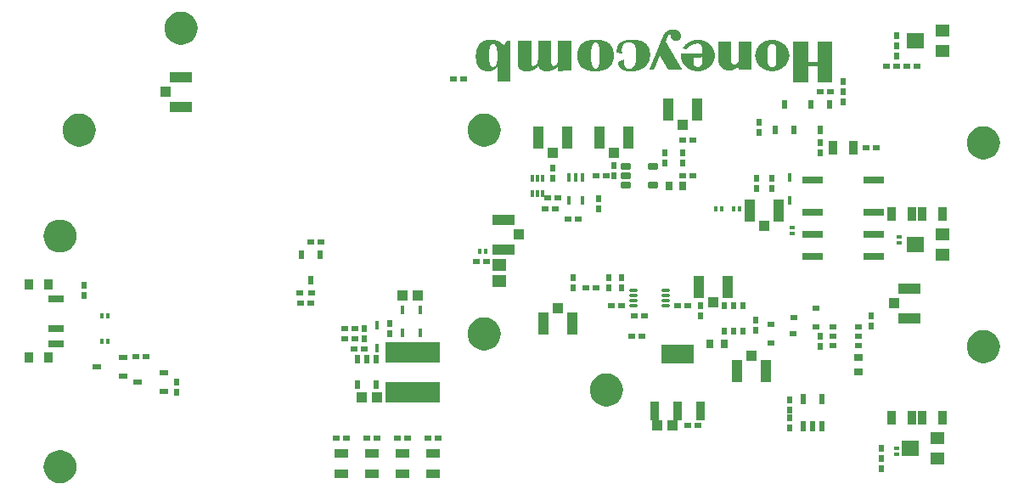
<source format=gtp>
G04*
G04 #@! TF.GenerationSoftware,Altium Limited,Altium Designer,25.8.1 (18)*
G04*
G04 Layer_Color=8421504*
%FSLAX26Y26*%
%MOIN*%
G70*
G04*
G04 #@! TF.SameCoordinates,3AB4B18C-38BA-446E-90AA-5604B7F899A8*
G04*
G04*
G04 #@! TF.FilePolarity,Positive*
G04*
G01*
G75*
%ADD19C,0.066929*%
%ADD20R,0.024409X0.025984*%
%ADD21R,0.025984X0.024409*%
%ADD22R,0.039370X0.039370*%
%ADD23R,0.035433X0.055118*%
%ADD24R,0.019685X0.013780*%
%ADD25R,0.021654X0.031496*%
%ADD26R,0.081102X0.031496*%
%ADD27R,0.216535X0.084646*%
%ADD28R,0.029528X0.021654*%
%ADD29R,0.066929X0.062992*%
%ADD30R,0.055118X0.047244*%
%ADD31R,0.027559X0.037402*%
%ADD32R,0.059000X0.028000*%
%ADD33R,0.032000X0.039000*%
G04:AMPARAMS|DCode=34|XSize=11.811mil|YSize=31.496mil|CornerRadius=1.949mil|HoleSize=0mil|Usage=FLASHONLY|Rotation=270.000|XOffset=0mil|YOffset=0mil|HoleType=Round|Shape=RoundedRectangle|*
%AMROUNDEDRECTD34*
21,1,0.011811,0.027599,0,0,270.0*
21,1,0.007913,0.031496,0,0,270.0*
1,1,0.003898,-0.013799,-0.003957*
1,1,0.003898,-0.013799,0.003957*
1,1,0.003898,0.013799,0.003957*
1,1,0.003898,0.013799,-0.003957*
%
%ADD34ROUNDEDRECTD34*%
G04:AMPARAMS|DCode=35|XSize=23.622mil|YSize=39.37mil|CornerRadius=2.008mil|HoleSize=0mil|Usage=FLASHONLY|Rotation=90.000|XOffset=0mil|YOffset=0mil|HoleType=Round|Shape=RoundedRectangle|*
%AMROUNDEDRECTD35*
21,1,0.023622,0.035354,0,0,90.0*
21,1,0.019606,0.039370,0,0,90.0*
1,1,0.004016,0.017677,0.009803*
1,1,0.004016,0.017677,-0.009803*
1,1,0.004016,-0.017677,-0.009803*
1,1,0.004016,-0.017677,0.009803*
%
%ADD35ROUNDEDRECTD35*%
G04:AMPARAMS|DCode=36|XSize=21.654mil|YSize=31.496mil|CornerRadius=1.949mil|HoleSize=0mil|Usage=FLASHONLY|Rotation=0.000|XOffset=0mil|YOffset=0mil|HoleType=Round|Shape=RoundedRectangle|*
%AMROUNDEDRECTD36*
21,1,0.021654,0.027599,0,0,0.0*
21,1,0.017756,0.031496,0,0,0.0*
1,1,0.003898,0.008878,-0.013799*
1,1,0.003898,-0.008878,-0.013799*
1,1,0.003898,-0.008878,0.013799*
1,1,0.003898,0.008878,0.013799*
%
%ADD36ROUNDEDRECTD36*%
%ADD37R,0.017716X0.033465*%
%ADD38R,0.013780X0.025591*%
%ADD39R,0.035433X0.076772*%
%ADD40R,0.125984X0.076772*%
%ADD41R,0.023622X0.041339*%
%ADD42R,0.015748X0.037402*%
%ADD43R,0.057087X0.051181*%
%ADD44R,0.037402X0.023622*%
%ADD45R,0.023622X0.037402*%
%ADD46R,0.086614X0.041339*%
%ADD47R,0.041339X0.039370*%
%ADD48R,0.031496X0.023622*%
%ADD49R,0.039370X0.041339*%
%ADD50R,0.041339X0.086614*%
%ADD51R,0.055118X0.035433*%
%ADD52R,0.031496X0.021654*%
%ADD53R,0.013780X0.019685*%
%ADD54R,0.037402X0.027559*%
G36*
X-1321005Y1754242D02*
X-1310399D01*
Y1753684D01*
X-1303700D01*
Y1753126D01*
X-1300909D01*
Y1752568D01*
X-1297560D01*
Y1752009D01*
X-1294769D01*
Y1751451D01*
X-1293094D01*
Y1750893D01*
X-1290861D01*
Y1750335D01*
X-1289187D01*
Y1749777D01*
X-1287512D01*
Y1749218D01*
X-1285837D01*
Y1748660D01*
X-1284721D01*
Y1748102D01*
X-1283046D01*
Y1747544D01*
X-1281930D01*
Y1746986D01*
X-1280813D01*
Y1746427D01*
X-1279139D01*
Y1745869D01*
X-1278581D01*
Y1745311D01*
X-1277464D01*
Y1744753D01*
X-1276348D01*
Y1744195D01*
X-1275790D01*
Y1743636D01*
X-1274673D01*
Y1743078D01*
X-1273557D01*
Y1742520D01*
X-1272998D01*
Y1741962D01*
X-1271882D01*
Y1741403D01*
X-1271324D01*
Y1740845D01*
X-1270766D01*
Y1740287D01*
X-1270207D01*
Y1739729D01*
X-1269091D01*
Y1739171D01*
X-1268533D01*
Y1738612D01*
X-1267975D01*
Y1738054D01*
X-1267416D01*
Y1737496D01*
X-1266858D01*
Y1736938D01*
X-1266300D01*
Y1736380D01*
X-1265742D01*
Y1735821D01*
X-1265184D01*
Y1735263D01*
X-1264625D01*
Y1734705D01*
X-1264067D01*
Y1734147D01*
X-1263509D01*
Y1733030D01*
X-1262951D01*
Y1732472D01*
X-1262392D01*
Y1731914D01*
X-1261834D01*
Y1730797D01*
X-1261276D01*
Y1730239D01*
X-1260718D01*
Y1729681D01*
X-1260159D01*
Y1728565D01*
X-1259601D01*
Y1728006D01*
X-1259043D01*
Y1726890D01*
X-1258485D01*
Y1725774D01*
X-1257927D01*
Y1724657D01*
X-1257369D01*
Y1723541D01*
X-1256810D01*
Y1722424D01*
X-1256252D01*
Y1721308D01*
X-1255694D01*
Y1719633D01*
X-1255136D01*
Y1718517D01*
X-1254577D01*
Y1716284D01*
X-1254019D01*
Y1714609D01*
X-1253461D01*
Y1712935D01*
X-1252903D01*
Y1709585D01*
X-1252344D01*
Y1707352D01*
X-1251786D01*
Y1702887D01*
X-1251228D01*
Y1682233D01*
X-1251786D01*
Y1677767D01*
X-1252344D01*
Y1675534D01*
X-1252903D01*
Y1672743D01*
X-1253461D01*
Y1670510D01*
X-1254019D01*
Y1668836D01*
X-1254577D01*
Y1667161D01*
X-1255136D01*
Y1666045D01*
X-1255694D01*
Y1664370D01*
X-1256252D01*
Y1662695D01*
X-1256810D01*
Y1662137D01*
X-1257369D01*
Y1660463D01*
X-1257927D01*
Y1659346D01*
X-1258485D01*
Y1658788D01*
X-1259043D01*
Y1657671D01*
X-1259601D01*
Y1656555D01*
X-1260159D01*
Y1655997D01*
X-1260718D01*
Y1654880D01*
X-1261276D01*
Y1654322D01*
X-1261834D01*
Y1653206D01*
X-1262392D01*
Y1652648D01*
X-1262951D01*
Y1652089D01*
X-1263509D01*
Y1651531D01*
X-1264067D01*
Y1650973D01*
X-1264625D01*
Y1649856D01*
X-1265184D01*
Y1649298D01*
X-1265742D01*
Y1648740D01*
X-1266300D01*
Y1648182D01*
X-1266858D01*
Y1647624D01*
X-1267975D01*
Y1646507D01*
X-1269091D01*
Y1645949D01*
X-1269649D01*
Y1645391D01*
X-1270207D01*
Y1644832D01*
X-1271324D01*
Y1644274D01*
X-1271882D01*
Y1643716D01*
X-1272440D01*
Y1643158D01*
X-1273557D01*
Y1642600D01*
X-1274115D01*
Y1642041D01*
X-1275231D01*
Y1641483D01*
X-1275790D01*
Y1640925D01*
X-1276906D01*
Y1640367D01*
X-1278022D01*
Y1639809D01*
X-1278581D01*
Y1639250D01*
X-1280255D01*
Y1638692D01*
X-1281372D01*
Y1638134D01*
X-1282488D01*
Y1637576D01*
X-1284163D01*
Y1637017D01*
X-1284721D01*
Y1636459D01*
X-1286396D01*
Y1635901D01*
X-1288628D01*
Y1635343D01*
X-1289745D01*
Y1634785D01*
X-1291978D01*
Y1634226D01*
X-1294211D01*
Y1633668D01*
X-1295885D01*
Y1633110D01*
X-1299235D01*
Y1632552D01*
X-1302026D01*
Y1631994D01*
X-1306491D01*
Y1631435D01*
X-1313748D01*
Y1630877D01*
X-1331611D01*
Y1631435D01*
X-1338868D01*
Y1631994D01*
X-1343333D01*
Y1632552D01*
X-1345566D01*
Y1633110D01*
X-1348916D01*
Y1633668D01*
X-1351148D01*
Y1634226D01*
X-1353381D01*
Y1634785D01*
X-1355614D01*
Y1635343D01*
X-1356730D01*
Y1635901D01*
X-1358405D01*
Y1636459D01*
X-1360080D01*
Y1637017D01*
X-1361196D01*
Y1637576D01*
X-1362871D01*
Y1638134D01*
X-1363987D01*
Y1638692D01*
X-1365104D01*
Y1639250D01*
X-1366220D01*
Y1639809D01*
X-1367337D01*
Y1640367D01*
X-1368453D01*
Y1640925D01*
X-1369011D01*
Y1641483D01*
X-1370128D01*
Y1642041D01*
X-1371244D01*
Y1642600D01*
X-1371802D01*
Y1643158D01*
X-1372361D01*
Y1643716D01*
X-1373477D01*
Y1644274D01*
X-1374035D01*
Y1644832D01*
X-1374593D01*
Y1645391D01*
X-1375710D01*
Y1645949D01*
X-1376268D01*
Y1646507D01*
X-1376826D01*
Y1647065D01*
X-1377384D01*
Y1647624D01*
X-1377943D01*
Y1648182D01*
X-1378501D01*
Y1648740D01*
X-1379059D01*
Y1649298D01*
X-1379617D01*
Y1649856D01*
X-1380176D01*
Y1650415D01*
X-1380734D01*
Y1650973D01*
X-1381292D01*
Y1651531D01*
X-1381850D01*
Y1652089D01*
X-1382408D01*
Y1653206D01*
X-1382966D01*
Y1653764D01*
X-1383525D01*
Y1654880D01*
X-1384083D01*
Y1655439D01*
X-1384641D01*
Y1656555D01*
X-1385199D01*
Y1657113D01*
X-1385758D01*
Y1658230D01*
X-1386316D01*
Y1658788D01*
X-1386874D01*
Y1660463D01*
X-1387432D01*
Y1661579D01*
X-1387991D01*
Y1662137D01*
X-1388549D01*
Y1663812D01*
X-1389107D01*
Y1664928D01*
X-1389665D01*
Y1666603D01*
X-1390223D01*
Y1668277D01*
X-1390782D01*
Y1669394D01*
X-1391340D01*
Y1672185D01*
X-1391898D01*
Y1674418D01*
X-1392456D01*
Y1676651D01*
X-1393014D01*
Y1680558D01*
X-1393573D01*
Y1685024D01*
X-1394131D01*
Y1700096D01*
X-1393573D01*
Y1704561D01*
X-1393014D01*
Y1709027D01*
X-1392456D01*
Y1711260D01*
X-1391898D01*
Y1713493D01*
X-1391340D01*
Y1715726D01*
X-1390782D01*
Y1716842D01*
X-1390223D01*
Y1719075D01*
X-1389665D01*
Y1720750D01*
X-1389107D01*
Y1721308D01*
X-1388549D01*
Y1722982D01*
X-1387991D01*
Y1724099D01*
X-1387432D01*
Y1725215D01*
X-1386874D01*
Y1726332D01*
X-1386316D01*
Y1726890D01*
X-1385758D01*
Y1728006D01*
X-1385199D01*
Y1729123D01*
X-1384641D01*
Y1729681D01*
X-1384083D01*
Y1730797D01*
X-1383525D01*
Y1731356D01*
X-1382966D01*
Y1732472D01*
X-1382408D01*
Y1733030D01*
X-1381850D01*
Y1733589D01*
X-1381292D01*
Y1734147D01*
X-1380734D01*
Y1734705D01*
X-1380176D01*
Y1735263D01*
X-1379617D01*
Y1736380D01*
X-1379059D01*
Y1736938D01*
X-1378501D01*
Y1737496D01*
X-1377384D01*
Y1738054D01*
X-1376826D01*
Y1738612D01*
X-1376268D01*
Y1739171D01*
X-1375710D01*
Y1739729D01*
X-1375152D01*
Y1740287D01*
X-1374593D01*
Y1740845D01*
X-1373477D01*
Y1741403D01*
X-1372919D01*
Y1741962D01*
X-1371802D01*
Y1742520D01*
X-1371244D01*
Y1743078D01*
X-1370686D01*
Y1743636D01*
X-1369569D01*
Y1744195D01*
X-1369011D01*
Y1744753D01*
X-1367337D01*
Y1745311D01*
X-1366778D01*
Y1745869D01*
X-1365662D01*
Y1746427D01*
X-1364545D01*
Y1746986D01*
X-1363429D01*
Y1747544D01*
X-1361754D01*
Y1748102D01*
X-1360638D01*
Y1748660D01*
X-1359522D01*
Y1749218D01*
X-1357289D01*
Y1749777D01*
X-1355614D01*
Y1750335D01*
X-1354498D01*
Y1750893D01*
X-1351707D01*
Y1751451D01*
X-1350032D01*
Y1752009D01*
X-1347241D01*
Y1752568D01*
X-1343892D01*
Y1753126D01*
X-1341101D01*
Y1753684D01*
X-1334960D01*
Y1754242D01*
X-1323796D01*
Y1754801D01*
X-1323238D01*
Y1754242D01*
X-1322121D01*
Y1754801D01*
X-1321005D01*
Y1754242D01*
D02*
G37*
G36*
X-1013987Y1794992D02*
X-1011754D01*
Y1794434D01*
X-1008963D01*
Y1793876D01*
X-1006731D01*
Y1793317D01*
X-1005614D01*
Y1792759D01*
X-1003939D01*
Y1792201D01*
X-1002823D01*
Y1791643D01*
X-1001707D01*
Y1791084D01*
X-1000590D01*
Y1790526D01*
X-999474D01*
Y1789968D01*
X-998915D01*
Y1789410D01*
X-997799D01*
Y1788852D01*
X-997241D01*
Y1788293D01*
X-996124D01*
Y1787735D01*
X-995566D01*
Y1787177D01*
X-995008D01*
Y1786619D01*
X-994450D01*
Y1786061D01*
X-993892D01*
Y1785502D01*
X-993333D01*
Y1784944D01*
X-992775D01*
Y1784386D01*
X-992217D01*
Y1783270D01*
X-991659D01*
Y1782711D01*
X-991101D01*
Y1782153D01*
X-990542D01*
Y1781037D01*
X-989984D01*
Y1780478D01*
X-989426D01*
Y1779362D01*
X-988868D01*
Y1778246D01*
X-988309D01*
Y1777129D01*
X-987751D01*
Y1774896D01*
X-987193D01*
Y1773222D01*
X-986635D01*
Y1764848D01*
X-987193D01*
Y1763174D01*
X-987751D01*
Y1761499D01*
X-988309D01*
Y1760383D01*
X-988868D01*
Y1759266D01*
X-989426D01*
Y1758150D01*
X-989984D01*
Y1757592D01*
X-990542D01*
Y1757034D01*
X-991101D01*
Y1756475D01*
X-991659D01*
Y1755359D01*
X-992217D01*
Y1754801D01*
X-992775D01*
Y1754242D01*
X-993892D01*
Y1753684D01*
X-994450D01*
Y1753126D01*
X-995008D01*
Y1752568D01*
X-996124D01*
Y1752009D01*
X-996683D01*
Y1751451D01*
X-997799D01*
Y1750893D01*
X-999474D01*
Y1750335D01*
X-1000590D01*
Y1749777D01*
X-1002823D01*
Y1749218D01*
X-1010638D01*
Y1749777D01*
X-1012871D01*
Y1750335D01*
X-1013987D01*
Y1750893D01*
X-1015662D01*
Y1751451D01*
X-1016778D01*
Y1752009D01*
X-1017337D01*
Y1752568D01*
X-1018453D01*
Y1753126D01*
X-1019011D01*
Y1753684D01*
X-1020128D01*
Y1754242D01*
X-1020686D01*
Y1754801D01*
X-1021244D01*
Y1755359D01*
X-1021802D01*
Y1755917D01*
X-1022361D01*
Y1757034D01*
X-1022919D01*
Y1757592D01*
X-1023477D01*
Y1758150D01*
X-1024035D01*
Y1759266D01*
X-1024593D01*
Y1760383D01*
X-1025152D01*
Y1761499D01*
X-1025710D01*
Y1763174D01*
X-1026268D01*
Y1764848D01*
X-1026826D01*
Y1769872D01*
X-1027384D01*
Y1770989D01*
X-1027943D01*
Y1772105D01*
X-1028501D01*
Y1772663D01*
X-1029059D01*
Y1773222D01*
X-1030176D01*
Y1773780D01*
X-1033525D01*
Y1773222D01*
X-1035199D01*
Y1772663D01*
X-1035758D01*
Y1772105D01*
X-1036316D01*
Y1771547D01*
X-1036874D01*
Y1770989D01*
X-1037432D01*
Y1770431D01*
X-1037991D01*
Y1769314D01*
X-1038549D01*
Y1767639D01*
X-1039107D01*
Y1767081D01*
X-1039665D01*
Y1765407D01*
X-1040223D01*
Y1763732D01*
X-1040782D01*
Y1762616D01*
X-1041340D01*
Y1760941D01*
X-1041898D01*
Y1759824D01*
X-1042456D01*
Y1758708D01*
X-1043014D01*
Y1757034D01*
X-1043573D01*
Y1755917D01*
X-1044131D01*
Y1754242D01*
X-1044689D01*
Y1752568D01*
X-1045247D01*
Y1752009D01*
X-1045805D01*
Y1750335D01*
X-1046364D01*
Y1748660D01*
X-1046922D01*
Y1746986D01*
X-1046364D01*
Y1746427D01*
X-1045805D01*
Y1745311D01*
X-1045247D01*
Y1744195D01*
X-1044689D01*
Y1743078D01*
X-1044131D01*
Y1742520D01*
X-1043573D01*
Y1741403D01*
X-1043014D01*
Y1740287D01*
X-1042456D01*
Y1739729D01*
X-1041898D01*
Y1738612D01*
X-1041340D01*
Y1737496D01*
X-1040782D01*
Y1736938D01*
X-1040223D01*
Y1735821D01*
X-1039665D01*
Y1734705D01*
X-1039107D01*
Y1734147D01*
X-1038549D01*
Y1733030D01*
X-1037991D01*
Y1731914D01*
X-1037432D01*
Y1730797D01*
X-1036874D01*
Y1729681D01*
X-1036316D01*
Y1729123D01*
X-1035758D01*
Y1728006D01*
X-1035199D01*
Y1726890D01*
X-1034641D01*
Y1726332D01*
X-1034083D01*
Y1725215D01*
X-1033525D01*
Y1724099D01*
X-1032966D01*
Y1723541D01*
X-1032408D01*
Y1722424D01*
X-1031850D01*
Y1721308D01*
X-1031292D01*
Y1720191D01*
X-1030734D01*
Y1719633D01*
X-1030176D01*
Y1718517D01*
X-1029617D01*
Y1717400D01*
X-1029059D01*
Y1716842D01*
X-1028501D01*
Y1715726D01*
X-1027943D01*
Y1714609D01*
X-1027384D01*
Y1714051D01*
X-1026826D01*
Y1712935D01*
X-1026268D01*
Y1711818D01*
X-1025710D01*
Y1711260D01*
X-1025152D01*
Y1710143D01*
X-1024593D01*
Y1709027D01*
X-1024035D01*
Y1707911D01*
X-1023477D01*
Y1706794D01*
X-1022919D01*
Y1706236D01*
X-1022361D01*
Y1705120D01*
X-1021802D01*
Y1704003D01*
X-1021244D01*
Y1703445D01*
X-1020686D01*
Y1702329D01*
X-1020128D01*
Y1701212D01*
X-1019569D01*
Y1700654D01*
X-1019011D01*
Y1699537D01*
X-1018453D01*
Y1698421D01*
X-1017895D01*
Y1697305D01*
X-1017337D01*
Y1696746D01*
X-1016778D01*
Y1695630D01*
X-1016220D01*
Y1694514D01*
X-1015662D01*
Y1693955D01*
X-1015104D01*
Y1692839D01*
X-1014545D01*
Y1691722D01*
X-1013987D01*
Y1691164D01*
X-1013429D01*
Y1690048D01*
X-1012871D01*
Y1688931D01*
X-1012313D01*
Y1688373D01*
X-1011754D01*
Y1687257D01*
X-1011196D01*
Y1686140D01*
X-1010638D01*
Y1685024D01*
X-1010080D01*
Y1683908D01*
X-1009522D01*
Y1683349D01*
X-1008963D01*
Y1682233D01*
X-1008405D01*
Y1681116D01*
X-1007847D01*
Y1680558D01*
X-1007289D01*
Y1679442D01*
X-1006731D01*
Y1678325D01*
X-1006172D01*
Y1677767D01*
X-1005614D01*
Y1676651D01*
X-1005056D01*
Y1675534D01*
X-1004498D01*
Y1674418D01*
X-1003939D01*
Y1673860D01*
X-1003381D01*
Y1672743D01*
X-1002823D01*
Y1671627D01*
X-1002265D01*
Y1671069D01*
X-1001707D01*
Y1669952D01*
X-1001148D01*
Y1668836D01*
X-1000590D01*
Y1668277D01*
X-1000032D01*
Y1667161D01*
X-999474D01*
Y1666045D01*
X-998915D01*
Y1665486D01*
X-998357D01*
Y1664370D01*
X-997799D01*
Y1663254D01*
X-997241D01*
Y1662137D01*
X-996683D01*
Y1661021D01*
X-996124D01*
Y1660463D01*
X-995566D01*
Y1659346D01*
X-995008D01*
Y1658230D01*
X-994450D01*
Y1657671D01*
X-993892D01*
Y1656555D01*
X-993333D01*
Y1655439D01*
X-992775D01*
Y1654880D01*
X-992217D01*
Y1653764D01*
X-991659D01*
Y1652648D01*
X-991101D01*
Y1651531D01*
X-990542D01*
Y1650973D01*
X-989984D01*
Y1649856D01*
X-989426D01*
Y1648740D01*
X-988868D01*
Y1648182D01*
X-988309D01*
Y1647065D01*
X-987751D01*
Y1645949D01*
X-987193D01*
Y1645391D01*
X-986635D01*
Y1644274D01*
X-986077D01*
Y1643158D01*
X-985518D01*
Y1642600D01*
X-984960D01*
Y1641483D01*
X-984402D01*
Y1640367D01*
X-983844D01*
Y1639250D01*
X-983285D01*
Y1638134D01*
X-982727D01*
Y1637576D01*
X-982169D01*
Y1637017D01*
X-982727D01*
Y1636459D01*
X-983285D01*
Y1637017D01*
X-1037432D01*
Y1638134D01*
X-1037991D01*
Y1638692D01*
X-1038549D01*
Y1639809D01*
X-1039107D01*
Y1640925D01*
X-1039665D01*
Y1641483D01*
X-1040223D01*
Y1642600D01*
X-1040782D01*
Y1643716D01*
X-1041340D01*
Y1644832D01*
X-1041898D01*
Y1645391D01*
X-1042456D01*
Y1646507D01*
X-1043014D01*
Y1647624D01*
X-1043573D01*
Y1648182D01*
X-1044131D01*
Y1649298D01*
X-1044689D01*
Y1650415D01*
X-1045247D01*
Y1650973D01*
X-1045805D01*
Y1652089D01*
X-1046364D01*
Y1653206D01*
X-1046922D01*
Y1653764D01*
X-1047480D01*
Y1654880D01*
X-1048038D01*
Y1655997D01*
X-1048597D01*
Y1657113D01*
X-1049155D01*
Y1658230D01*
X-1049713D01*
Y1658788D01*
X-1050271D01*
Y1659904D01*
X-1050829D01*
Y1661021D01*
X-1051388D01*
Y1661579D01*
X-1051946D01*
Y1662695D01*
X-1052504D01*
Y1663812D01*
X-1053062D01*
Y1664370D01*
X-1053620D01*
Y1665486D01*
X-1054179D01*
Y1666603D01*
X-1054737D01*
Y1667719D01*
X-1055295D01*
Y1668277D01*
X-1055853D01*
Y1669394D01*
X-1056411D01*
Y1670510D01*
X-1056970D01*
Y1671069D01*
X-1057528D01*
Y1672185D01*
X-1058086D01*
Y1673301D01*
X-1058644D01*
Y1673860D01*
X-1059203D01*
Y1674976D01*
X-1059761D01*
Y1676092D01*
X-1060319D01*
Y1676651D01*
X-1060877D01*
Y1678325D01*
X-1061435D01*
Y1678883D01*
X-1061994D01*
Y1680000D01*
X-1062552D01*
Y1681116D01*
X-1063110D01*
Y1681675D01*
X-1063668D01*
Y1682791D01*
X-1064226D01*
Y1683908D01*
X-1064785D01*
Y1684466D01*
X-1065343D01*
Y1685582D01*
X-1065901D01*
Y1686698D01*
X-1066459D01*
Y1687257D01*
X-1067018D01*
Y1688373D01*
X-1067576D01*
Y1689490D01*
X-1068134D01*
Y1690606D01*
X-1068692D01*
Y1691722D01*
X-1069250D01*
Y1692281D01*
X-1069809D01*
Y1691722D01*
X-1070367D01*
Y1690606D01*
X-1070925D01*
Y1689490D01*
X-1071483D01*
Y1687815D01*
X-1072042D01*
Y1686698D01*
X-1072600D01*
Y1685024D01*
X-1073158D01*
Y1683908D01*
X-1073716D01*
Y1682791D01*
X-1074274D01*
Y1681116D01*
X-1074833D01*
Y1680000D01*
X-1075391D01*
Y1678883D01*
X-1075949D01*
Y1677209D01*
X-1076507D01*
Y1676092D01*
X-1077065D01*
Y1674418D01*
X-1077624D01*
Y1673301D01*
X-1078182D01*
Y1672185D01*
X-1078740D01*
Y1670510D01*
X-1079298D01*
Y1669394D01*
X-1079857D01*
Y1667719D01*
X-1080415D01*
Y1666603D01*
X-1080973D01*
Y1665486D01*
X-1081531D01*
Y1663812D01*
X-1082089D01*
Y1662695D01*
X-1082648D01*
Y1661021D01*
X-1083206D01*
Y1659904D01*
X-1083764D01*
Y1658788D01*
X-1084322D01*
Y1657113D01*
X-1084880D01*
Y1655439D01*
X-1085439D01*
Y1654880D01*
X-1085997D01*
Y1653206D01*
X-1086555D01*
Y1651531D01*
X-1087113D01*
Y1650415D01*
X-1087671D01*
Y1648740D01*
X-1088230D01*
Y1647624D01*
X-1088788D01*
Y1646507D01*
X-1089346D01*
Y1644832D01*
X-1089904D01*
Y1643716D01*
X-1090463D01*
Y1642041D01*
X-1091021D01*
Y1640925D01*
X-1091579D01*
Y1639809D01*
X-1092137D01*
Y1638134D01*
X-1092695D01*
Y1637017D01*
X-1110558D01*
Y1637576D01*
X-1111117D01*
Y1638692D01*
X-1110558D01*
Y1639809D01*
X-1110000D01*
Y1641483D01*
X-1109442D01*
Y1642600D01*
X-1108884D01*
Y1643716D01*
X-1108325D01*
Y1645391D01*
X-1107767D01*
Y1646507D01*
X-1107209D01*
Y1648182D01*
X-1106651D01*
Y1649298D01*
X-1106092D01*
Y1650415D01*
X-1105534D01*
Y1652089D01*
X-1104976D01*
Y1653206D01*
X-1104418D01*
Y1654880D01*
X-1103860D01*
Y1655997D01*
X-1103302D01*
Y1657113D01*
X-1102743D01*
Y1658788D01*
X-1102185D01*
Y1659904D01*
X-1101627D01*
Y1661021D01*
X-1101069D01*
Y1662695D01*
X-1100510D01*
Y1663812D01*
X-1099952D01*
Y1665486D01*
X-1099394D01*
Y1667161D01*
X-1098836D01*
Y1667719D01*
X-1098278D01*
Y1669394D01*
X-1097719D01*
Y1671069D01*
X-1097161D01*
Y1672185D01*
X-1096603D01*
Y1673860D01*
X-1096045D01*
Y1674976D01*
X-1095486D01*
Y1676092D01*
X-1094928D01*
Y1677767D01*
X-1094370D01*
Y1678883D01*
X-1093812D01*
Y1680558D01*
X-1093254D01*
Y1681675D01*
X-1092695D01*
Y1682791D01*
X-1092137D01*
Y1684466D01*
X-1091579D01*
Y1685582D01*
X-1091021D01*
Y1687257D01*
X-1090463D01*
Y1688373D01*
X-1089904D01*
Y1689490D01*
X-1089346D01*
Y1691164D01*
X-1088788D01*
Y1692281D01*
X-1088230D01*
Y1693397D01*
X-1087671D01*
Y1695072D01*
X-1087113D01*
Y1696188D01*
X-1086555D01*
Y1697863D01*
X-1085997D01*
Y1699537D01*
X-1085439D01*
Y1700654D01*
X-1084880D01*
Y1701770D01*
X-1084322D01*
Y1703445D01*
X-1083764D01*
Y1704561D01*
X-1083206D01*
Y1706236D01*
X-1082648D01*
Y1707352D01*
X-1082089D01*
Y1708469D01*
X-1081531D01*
Y1710143D01*
X-1080973D01*
Y1711260D01*
X-1080415D01*
Y1712935D01*
X-1079857D01*
Y1714051D01*
X-1079298D01*
Y1715167D01*
X-1078740D01*
Y1716842D01*
X-1078182D01*
Y1717958D01*
X-1077624D01*
Y1719633D01*
X-1077065D01*
Y1720750D01*
X-1076507D01*
Y1721866D01*
X-1075949D01*
Y1723541D01*
X-1075391D01*
Y1724657D01*
X-1074833D01*
Y1726332D01*
X-1074274D01*
Y1728006D01*
X-1073716D01*
Y1728565D01*
X-1073158D01*
Y1730239D01*
X-1072600D01*
Y1731914D01*
X-1072042D01*
Y1733030D01*
X-1071483D01*
Y1734147D01*
X-1070925D01*
Y1735821D01*
X-1070367D01*
Y1736938D01*
X-1069809D01*
Y1738612D01*
X-1069250D01*
Y1739729D01*
X-1068692D01*
Y1740845D01*
X-1068134D01*
Y1742520D01*
X-1067576D01*
Y1743636D01*
X-1067018D01*
Y1745311D01*
X-1066459D01*
Y1746427D01*
X-1065901D01*
Y1747544D01*
X-1065343D01*
Y1749218D01*
X-1064785D01*
Y1750335D01*
X-1064226D01*
Y1752009D01*
X-1063668D01*
Y1753126D01*
X-1063110D01*
Y1754242D01*
X-1062552D01*
Y1755917D01*
X-1061994D01*
Y1757034D01*
X-1061435D01*
Y1758708D01*
X-1060877D01*
Y1759824D01*
X-1060319D01*
Y1760941D01*
X-1059761D01*
Y1762616D01*
X-1059203D01*
Y1764290D01*
X-1058644D01*
Y1765407D01*
X-1058086D01*
Y1766523D01*
X-1057528D01*
Y1768198D01*
X-1056970D01*
Y1769314D01*
X-1056411D01*
Y1770431D01*
X-1055853D01*
Y1771547D01*
X-1055295D01*
Y1772663D01*
X-1054737D01*
Y1773780D01*
X-1054179D01*
Y1774338D01*
X-1053620D01*
Y1775455D01*
X-1053062D01*
Y1776571D01*
X-1052504D01*
Y1777129D01*
X-1051946D01*
Y1778246D01*
X-1051388D01*
Y1778804D01*
X-1050829D01*
Y1779920D01*
X-1050271D01*
Y1780478D01*
X-1049713D01*
Y1781037D01*
X-1049155D01*
Y1782153D01*
X-1048597D01*
Y1782711D01*
X-1048038D01*
Y1783270D01*
X-1047480D01*
Y1783828D01*
X-1046922D01*
Y1784386D01*
X-1046364D01*
Y1784944D01*
X-1045805D01*
Y1785502D01*
X-1045247D01*
Y1786061D01*
X-1044689D01*
Y1786619D01*
X-1043573D01*
Y1787177D01*
X-1043014D01*
Y1787735D01*
X-1042456D01*
Y1788293D01*
X-1041340D01*
Y1788852D01*
X-1040782D01*
Y1789410D01*
X-1040223D01*
Y1789968D01*
X-1039107D01*
Y1790526D01*
X-1037991D01*
Y1791084D01*
X-1036874D01*
Y1791643D01*
X-1035758D01*
Y1792201D01*
X-1034641D01*
Y1792759D01*
X-1032966D01*
Y1793317D01*
X-1031850D01*
Y1793876D01*
X-1029617D01*
Y1794434D01*
X-1026826D01*
Y1794992D01*
X-1024593D01*
Y1795550D01*
X-1013987D01*
Y1794992D01*
D02*
G37*
G36*
X-392137Y1588453D02*
X-450750D01*
Y1649298D01*
X-451308D01*
Y1649856D01*
X-487034D01*
Y1588453D01*
X-545646D01*
Y1746427D01*
X-487034D01*
Y1668277D01*
X-486475D01*
Y1667719D01*
X-485359D01*
Y1668277D01*
X-484801D01*
Y1667719D01*
X-452983D01*
Y1668277D01*
X-452424D01*
Y1667719D01*
X-451308D01*
Y1668277D01*
X-450750D01*
Y1746427D01*
X-392137D01*
Y1588453D01*
D02*
G37*
G36*
X-710877Y1637017D02*
X-758884D01*
Y1637576D01*
X-759442D01*
Y1638134D01*
X-760000D01*
Y1640367D01*
X-760558D01*
Y1642041D01*
X-761116D01*
Y1643158D01*
X-761675D01*
Y1645391D01*
X-762233D01*
Y1646507D01*
X-762791D01*
Y1647065D01*
X-763349D01*
Y1646507D01*
X-764466D01*
Y1645949D01*
X-765024D01*
Y1645391D01*
X-765582D01*
Y1644832D01*
X-766140D01*
Y1644274D01*
X-767257D01*
Y1643716D01*
X-767815D01*
Y1643158D01*
X-768932D01*
Y1642600D01*
X-769490D01*
Y1642041D01*
X-770606D01*
Y1641483D01*
X-771164D01*
Y1640925D01*
X-772281D01*
Y1640367D01*
X-773397D01*
Y1639809D01*
X-773955D01*
Y1639250D01*
X-775630D01*
Y1638692D01*
X-776746D01*
Y1638134D01*
X-777863D01*
Y1637576D01*
X-779538D01*
Y1637017D01*
X-780654D01*
Y1636459D01*
X-782329D01*
Y1635901D01*
X-784003D01*
Y1635343D01*
X-785678D01*
Y1634785D01*
X-788469D01*
Y1634226D01*
X-792376D01*
Y1633668D01*
X-803541D01*
Y1634226D01*
X-807448D01*
Y1634785D01*
X-810239D01*
Y1635343D01*
X-811356D01*
Y1635901D01*
X-813589D01*
Y1636459D01*
X-814705D01*
Y1637017D01*
X-815821D01*
Y1637576D01*
X-817496D01*
Y1638134D01*
X-818054D01*
Y1638692D01*
X-819171D01*
Y1639250D01*
X-820287D01*
Y1639809D01*
X-821404D01*
Y1640367D01*
X-821962D01*
Y1640925D01*
X-823078D01*
Y1641483D01*
X-823636D01*
Y1642041D01*
X-824195D01*
Y1642600D01*
X-825311D01*
Y1643158D01*
X-825869D01*
Y1643716D01*
X-826428D01*
Y1644274D01*
X-826986D01*
Y1644832D01*
X-827544D01*
Y1645391D01*
X-828102D01*
Y1645949D01*
X-828660D01*
Y1646507D01*
X-829218D01*
Y1647065D01*
X-829777D01*
Y1647624D01*
X-830335D01*
Y1648740D01*
X-830893D01*
Y1649298D01*
X-831451D01*
Y1649856D01*
X-832010D01*
Y1650973D01*
X-832568D01*
Y1651531D01*
X-833126D01*
Y1652648D01*
X-833684D01*
Y1653206D01*
X-834242D01*
Y1654322D01*
X-834801D01*
Y1655439D01*
X-835359D01*
Y1656555D01*
X-835917D01*
Y1658230D01*
X-836475D01*
Y1659346D01*
X-837034D01*
Y1661021D01*
X-837592D01*
Y1663254D01*
X-838150D01*
Y1664928D01*
X-838708D01*
Y1668277D01*
X-839266D01*
Y1746427D01*
X-791260D01*
Y1669394D01*
X-790702D01*
Y1667161D01*
X-790144D01*
Y1665486D01*
X-789585D01*
Y1664370D01*
X-789027D01*
Y1663254D01*
X-788469D01*
Y1662695D01*
X-787911D01*
Y1662137D01*
X-787352D01*
Y1661579D01*
X-786794D01*
Y1661021D01*
X-786236D01*
Y1660463D01*
X-785120D01*
Y1659904D01*
X-784003D01*
Y1659346D01*
X-782887D01*
Y1658788D01*
X-780096D01*
Y1658230D01*
X-773955D01*
Y1658788D01*
X-771722D01*
Y1659346D01*
X-770606D01*
Y1659904D01*
X-769490D01*
Y1660463D01*
X-768373D01*
Y1661021D01*
X-767815D01*
Y1661579D01*
X-766699D01*
Y1662137D01*
X-766140D01*
Y1662695D01*
X-765582D01*
Y1663254D01*
X-765024D01*
Y1663812D01*
X-764466D01*
Y1664928D01*
X-763908D01*
Y1665486D01*
X-763349D01*
Y1666045D01*
X-762791D01*
Y1667161D01*
X-762233D01*
Y1667719D01*
X-761675D01*
Y1669394D01*
X-761116D01*
Y1670510D01*
X-760558D01*
Y1672185D01*
X-760000D01*
Y1674976D01*
X-759442D01*
Y1677767D01*
X-758884D01*
Y1746427D01*
X-710877D01*
Y1637017D01*
D02*
G37*
G36*
X-1416459Y1633668D02*
X-1422042D01*
Y1633110D01*
X-1442695D01*
Y1632552D01*
X-1449394D01*
Y1631994D01*
X-1457209D01*
Y1631435D01*
X-1463349D01*
Y1630877D01*
X-1468373D01*
Y1631435D01*
X-1468931D01*
Y1649298D01*
X-1468373D01*
Y1649856D01*
X-1468931D01*
Y1650415D01*
X-1469490D01*
Y1649856D01*
X-1470048D01*
Y1649298D01*
X-1470606D01*
Y1648740D01*
X-1471164D01*
Y1648182D01*
X-1471723D01*
Y1647624D01*
X-1472281D01*
Y1647065D01*
X-1472839D01*
Y1646507D01*
X-1473397D01*
Y1645949D01*
X-1473955D01*
Y1645391D01*
X-1474514D01*
Y1644832D01*
X-1475072D01*
Y1644274D01*
X-1476188D01*
Y1643716D01*
X-1476746D01*
Y1643158D01*
X-1477305D01*
Y1642600D01*
X-1477863D01*
Y1642041D01*
X-1478979D01*
Y1641483D01*
X-1479537D01*
Y1640925D01*
X-1480654D01*
Y1640367D01*
X-1481212D01*
Y1639809D01*
X-1482329D01*
Y1639250D01*
X-1482887D01*
Y1638692D01*
X-1484003D01*
Y1638134D01*
X-1485120D01*
Y1637576D01*
X-1486236D01*
Y1637017D01*
X-1486794D01*
Y1636459D01*
X-1488469D01*
Y1635901D01*
X-1489585D01*
Y1635343D01*
X-1490702D01*
Y1634785D01*
X-1492376D01*
Y1634226D01*
X-1494051D01*
Y1633668D01*
X-1495168D01*
Y1633110D01*
X-1497959D01*
Y1632552D01*
X-1499633D01*
Y1631994D01*
X-1502424D01*
Y1631435D01*
X-1506890D01*
Y1630877D01*
X-1520287D01*
Y1631435D01*
X-1524195D01*
Y1631994D01*
X-1526428D01*
Y1632552D01*
X-1527544D01*
Y1633110D01*
X-1529777D01*
Y1633668D01*
X-1530893D01*
Y1634226D01*
X-1532010D01*
Y1634785D01*
X-1533126D01*
Y1635343D01*
X-1533684D01*
Y1635901D01*
X-1534801D01*
Y1636459D01*
X-1535917D01*
Y1637017D01*
X-1536475D01*
Y1637576D01*
X-1537592D01*
Y1638134D01*
X-1538150D01*
Y1638692D01*
X-1538708D01*
Y1639250D01*
X-1539266D01*
Y1639809D01*
X-1539825D01*
Y1640367D01*
X-1540383D01*
Y1640925D01*
X-1540941D01*
Y1641483D01*
X-1541499D01*
Y1642041D01*
X-1542057D01*
Y1642600D01*
X-1542616D01*
Y1643158D01*
X-1543174D01*
Y1643716D01*
X-1543732D01*
Y1644274D01*
X-1544290D01*
Y1644832D01*
X-1544849D01*
Y1645949D01*
X-1545407D01*
Y1646507D01*
X-1545965D01*
Y1647624D01*
X-1546523D01*
Y1648182D01*
X-1547081D01*
Y1649298D01*
X-1548756D01*
Y1648182D01*
X-1549314D01*
Y1647624D01*
X-1549872D01*
Y1647065D01*
X-1550431D01*
Y1646507D01*
X-1550989D01*
Y1645949D01*
X-1551547D01*
Y1645391D01*
X-1552105D01*
Y1644832D01*
X-1553222D01*
Y1644274D01*
X-1553780D01*
Y1643716D01*
X-1554338D01*
Y1643158D01*
X-1554896D01*
Y1642600D01*
X-1555455D01*
Y1642041D01*
X-1556571D01*
Y1641483D01*
X-1557129D01*
Y1640925D01*
X-1557687D01*
Y1640367D01*
X-1558804D01*
Y1639809D01*
X-1559362D01*
Y1639250D01*
X-1560478D01*
Y1638692D01*
X-1561595D01*
Y1638134D01*
X-1562153D01*
Y1637576D01*
X-1563270D01*
Y1637017D01*
X-1564386D01*
Y1636459D01*
X-1565502D01*
Y1635901D01*
X-1566619D01*
Y1635343D01*
X-1567735D01*
Y1634785D01*
X-1569410D01*
Y1634226D01*
X-1570526D01*
Y1633668D01*
X-1572201D01*
Y1633110D01*
X-1574434D01*
Y1632552D01*
X-1576109D01*
Y1631994D01*
X-1578341D01*
Y1631435D01*
X-1582249D01*
Y1630877D01*
X-1586156D01*
Y1630319D01*
X-1596762D01*
Y1630877D01*
X-1600670D01*
Y1631435D01*
X-1604577D01*
Y1631994D01*
X-1606810D01*
Y1632552D01*
X-1608485D01*
Y1633110D01*
X-1610718D01*
Y1633668D01*
X-1611834D01*
Y1634226D01*
X-1612951D01*
Y1634785D01*
X-1614067D01*
Y1635343D01*
X-1614625D01*
Y1635901D01*
X-1615742D01*
Y1636459D01*
X-1616858D01*
Y1637017D01*
X-1617416D01*
Y1637576D01*
X-1617975D01*
Y1638134D01*
X-1619091D01*
Y1638692D01*
X-1619649D01*
Y1639250D01*
X-1620207D01*
Y1639809D01*
X-1620766D01*
Y1640925D01*
X-1621324D01*
Y1641483D01*
X-1621882D01*
Y1642041D01*
X-1622440D01*
Y1642600D01*
X-1622998D01*
Y1643716D01*
X-1623557D01*
Y1644832D01*
X-1624115D01*
Y1645949D01*
X-1624673D01*
Y1646507D01*
X-1625231D01*
Y1648740D01*
X-1625790D01*
Y1649856D01*
X-1626348D01*
Y1652089D01*
X-1626906D01*
Y1657113D01*
X-1627464D01*
Y1714609D01*
Y1715167D01*
Y1751451D01*
X-1626906D01*
Y1752009D01*
X-1575550D01*
Y1751451D01*
X-1574992D01*
Y1658788D01*
X-1574434D01*
Y1656555D01*
X-1573876D01*
Y1655439D01*
X-1573317D01*
Y1654322D01*
X-1572759D01*
Y1653764D01*
X-1572201D01*
Y1653206D01*
X-1571643D01*
Y1652648D01*
X-1570526D01*
Y1652089D01*
X-1568293D01*
Y1651531D01*
X-1564944D01*
Y1652089D01*
X-1562153D01*
Y1652648D01*
X-1559920D01*
Y1653206D01*
X-1559362D01*
Y1653764D01*
X-1558246D01*
Y1654322D01*
X-1557129D01*
Y1654880D01*
X-1556571D01*
Y1655439D01*
X-1556013D01*
Y1655997D01*
X-1555455D01*
Y1656555D01*
X-1554896D01*
Y1657113D01*
X-1554338D01*
Y1657671D01*
X-1553780D01*
Y1658788D01*
X-1553222D01*
Y1659346D01*
X-1552664D01*
Y1660463D01*
X-1552105D01*
Y1661579D01*
X-1551547D01*
Y1662137D01*
X-1550989D01*
Y1663812D01*
X-1550431D01*
Y1665486D01*
X-1549872D01*
Y1667161D01*
X-1549314D01*
Y1669952D01*
X-1548756D01*
Y1672743D01*
X-1548198D01*
Y1678325D01*
X-1547640D01*
Y1752009D01*
X-1495726D01*
Y1662137D01*
X-1495168D01*
Y1658788D01*
X-1494609D01*
Y1656555D01*
X-1494051D01*
Y1655439D01*
X-1493493D01*
Y1654880D01*
X-1492935D01*
Y1653764D01*
X-1492376D01*
Y1653206D01*
X-1491818D01*
Y1652648D01*
X-1490144D01*
Y1652089D01*
X-1484003D01*
Y1652648D01*
X-1481770D01*
Y1653206D01*
X-1480654D01*
Y1653764D01*
X-1479537D01*
Y1654322D01*
X-1478421D01*
Y1654880D01*
X-1477863D01*
Y1655439D01*
X-1477305D01*
Y1655997D01*
X-1476746D01*
Y1656555D01*
X-1476188D01*
Y1657113D01*
X-1475630D01*
Y1657671D01*
X-1475072D01*
Y1658230D01*
X-1474514D01*
Y1659346D01*
X-1473955D01*
Y1659904D01*
X-1473397D01*
Y1661021D01*
X-1472839D01*
Y1662137D01*
X-1472281D01*
Y1663254D01*
X-1471723D01*
Y1664928D01*
X-1471164D01*
Y1666045D01*
X-1470606D01*
Y1668277D01*
X-1470048D01*
Y1671069D01*
X-1469490D01*
Y1674418D01*
X-1468931D01*
Y1751451D01*
X-1468373D01*
Y1752009D01*
X-1416459D01*
Y1633668D01*
D02*
G37*
G36*
X-1180335Y1754242D02*
X-1166938D01*
Y1753684D01*
X-1160239D01*
Y1753126D01*
X-1157448D01*
Y1752568D01*
X-1154099D01*
Y1752009D01*
X-1151308D01*
Y1751451D01*
X-1149633D01*
Y1750893D01*
X-1146842D01*
Y1750335D01*
X-1145726D01*
Y1749777D01*
X-1144051D01*
Y1749218D01*
X-1141818D01*
Y1748660D01*
X-1140702D01*
Y1748102D01*
X-1139585D01*
Y1747544D01*
X-1137911D01*
Y1746986D01*
X-1136794D01*
Y1746427D01*
X-1135678D01*
Y1745869D01*
X-1134561D01*
Y1745311D01*
X-1133445D01*
Y1744753D01*
X-1132329D01*
Y1744195D01*
X-1131770D01*
Y1743636D01*
X-1130654D01*
Y1743078D01*
X-1130096D01*
Y1742520D01*
X-1128979D01*
Y1741962D01*
X-1128421D01*
Y1741403D01*
X-1127863D01*
Y1740845D01*
X-1126746D01*
Y1740287D01*
X-1126188D01*
Y1739729D01*
X-1125630D01*
Y1739171D01*
X-1125072D01*
Y1738612D01*
X-1123955D01*
Y1738054D01*
X-1123397D01*
Y1737496D01*
X-1122839D01*
Y1736938D01*
X-1122281D01*
Y1736380D01*
X-1121723D01*
Y1735263D01*
X-1121164D01*
Y1734705D01*
X-1120606D01*
Y1734147D01*
X-1120048D01*
Y1733589D01*
X-1119490D01*
Y1733030D01*
X-1118931D01*
Y1731914D01*
X-1118373D01*
Y1731356D01*
X-1117815D01*
Y1730797D01*
X-1117257D01*
Y1729681D01*
X-1116699D01*
Y1729123D01*
X-1116140D01*
Y1728006D01*
X-1115582D01*
Y1726890D01*
X-1115024D01*
Y1726332D01*
X-1114466D01*
Y1724657D01*
X-1113908D01*
Y1724099D01*
X-1113349D01*
Y1722424D01*
X-1112791D01*
Y1721308D01*
X-1112233D01*
Y1720191D01*
X-1111675D01*
Y1717958D01*
X-1111117D01*
Y1716284D01*
X-1110558D01*
Y1714609D01*
X-1110000D01*
Y1711818D01*
X-1109442D01*
Y1709585D01*
X-1108884D01*
Y1705678D01*
X-1108325D01*
Y1686140D01*
X-1108884D01*
Y1682233D01*
X-1109442D01*
Y1680000D01*
X-1110000D01*
Y1677209D01*
X-1110558D01*
Y1675534D01*
X-1111117D01*
Y1673860D01*
X-1111675D01*
Y1671627D01*
X-1112233D01*
Y1670510D01*
X-1112791D01*
Y1669394D01*
X-1113349D01*
Y1667719D01*
X-1113908D01*
Y1667161D01*
X-1114466D01*
Y1665486D01*
X-1115024D01*
Y1664370D01*
X-1115582D01*
Y1663812D01*
X-1116140D01*
Y1662695D01*
X-1116699D01*
Y1661579D01*
X-1117257D01*
Y1661021D01*
X-1117815D01*
Y1659904D01*
X-1118373D01*
Y1659346D01*
X-1118931D01*
Y1658230D01*
X-1119490D01*
Y1657671D01*
X-1120048D01*
Y1657113D01*
X-1120606D01*
Y1655997D01*
X-1121164D01*
Y1655439D01*
X-1121723D01*
Y1654880D01*
X-1122281D01*
Y1654322D01*
X-1122839D01*
Y1653764D01*
X-1123397D01*
Y1653206D01*
X-1123955D01*
Y1652648D01*
X-1124514D01*
Y1652089D01*
X-1125072D01*
Y1651531D01*
X-1125630D01*
Y1650973D01*
X-1126188D01*
Y1650415D01*
X-1126746D01*
Y1649856D01*
X-1127305D01*
Y1649298D01*
X-1127863D01*
Y1648740D01*
X-1128421D01*
Y1648182D01*
X-1128979D01*
Y1647624D01*
X-1130096D01*
Y1647065D01*
X-1130654D01*
Y1646507D01*
X-1131212D01*
Y1645949D01*
X-1131770D01*
Y1645391D01*
X-1132887D01*
Y1644832D01*
X-1133445D01*
Y1644274D01*
X-1134003D01*
Y1643716D01*
X-1135120D01*
Y1643158D01*
X-1135678D01*
Y1642600D01*
X-1136794D01*
Y1642041D01*
X-1137911D01*
Y1641483D01*
X-1138469D01*
Y1640925D01*
X-1139585D01*
Y1640367D01*
X-1140702D01*
Y1639809D01*
X-1141818D01*
Y1639250D01*
X-1142935D01*
Y1638692D01*
X-1144051D01*
Y1638134D01*
X-1145168D01*
Y1637576D01*
X-1146842D01*
Y1637017D01*
X-1147959D01*
Y1636459D01*
X-1149075D01*
Y1635901D01*
X-1151308D01*
Y1635343D01*
X-1152424D01*
Y1634785D01*
X-1154657D01*
Y1634226D01*
X-1156332D01*
Y1633668D01*
X-1158006D01*
Y1633110D01*
X-1161356D01*
Y1632552D01*
X-1163030D01*
Y1631994D01*
X-1166938D01*
Y1631435D01*
X-1171962D01*
Y1630877D01*
X-1176986D01*
Y1630319D01*
X-1191499D01*
Y1630877D01*
X-1196523D01*
Y1631435D01*
X-1200989D01*
Y1631994D01*
X-1204338D01*
Y1632552D01*
X-1206013D01*
Y1633110D01*
X-1208804D01*
Y1633668D01*
X-1210478D01*
Y1634226D01*
X-1212153D01*
Y1634785D01*
X-1213828D01*
Y1635343D01*
X-1214386D01*
Y1635901D01*
X-1216061D01*
Y1636459D01*
X-1217177D01*
Y1637017D01*
X-1218293D01*
Y1637576D01*
X-1219410D01*
Y1638134D01*
X-1219968D01*
Y1638692D01*
X-1221085D01*
Y1639250D01*
X-1221643D01*
Y1639809D01*
X-1222201D01*
Y1640367D01*
X-1223317D01*
Y1640925D01*
X-1223876D01*
Y1641483D01*
X-1224434D01*
Y1642041D01*
X-1224992D01*
Y1642600D01*
X-1225550D01*
Y1643158D01*
X-1226109D01*
Y1643716D01*
X-1226667D01*
Y1644274D01*
X-1227225D01*
Y1644832D01*
X-1227783D01*
Y1645949D01*
X-1228341D01*
Y1646507D01*
X-1228900D01*
Y1647065D01*
X-1229458D01*
Y1648182D01*
X-1230016D01*
Y1648740D01*
X-1230574D01*
Y1650415D01*
X-1231132D01*
Y1650973D01*
X-1231691D01*
Y1652648D01*
X-1232249D01*
Y1654322D01*
X-1232807D01*
Y1655439D01*
X-1233365D01*
Y1658230D01*
X-1233924D01*
Y1662137D01*
X-1234482D01*
Y1667719D01*
X-1233924D01*
Y1668277D01*
X-1232807D01*
Y1668836D01*
X-1231132D01*
Y1669394D01*
X-1230016D01*
Y1669952D01*
X-1228341D01*
Y1670510D01*
X-1226667D01*
Y1671069D01*
X-1225550D01*
Y1671627D01*
X-1223876D01*
Y1672185D01*
X-1222759D01*
Y1672743D01*
X-1221643D01*
Y1673301D01*
X-1219968D01*
Y1673860D01*
X-1218293D01*
Y1674418D01*
X-1217177D01*
Y1674976D01*
X-1215502D01*
Y1675534D01*
X-1214386D01*
Y1676092D01*
X-1212711D01*
Y1676651D01*
X-1211595D01*
Y1677209D01*
X-1210478D01*
Y1676651D01*
X-1209920D01*
Y1673860D01*
X-1210478D01*
Y1661579D01*
X-1209920D01*
Y1657113D01*
X-1209362D01*
Y1654880D01*
X-1208804D01*
Y1653206D01*
X-1208246D01*
Y1651531D01*
X-1207687D01*
Y1650415D01*
X-1207129D01*
Y1649298D01*
X-1206571D01*
Y1648740D01*
X-1206013D01*
Y1648182D01*
X-1205455D01*
Y1647065D01*
X-1204896D01*
Y1646507D01*
X-1204338D01*
Y1645949D01*
X-1203780D01*
Y1645391D01*
X-1203222D01*
Y1644832D01*
X-1202664D01*
Y1644274D01*
X-1201547D01*
Y1643716D01*
X-1200989D01*
Y1643158D01*
X-1199872D01*
Y1642600D01*
X-1198756D01*
Y1642041D01*
X-1196523D01*
Y1641483D01*
X-1194290D01*
Y1640925D01*
X-1185359D01*
Y1641483D01*
X-1183126D01*
Y1642041D01*
X-1180893D01*
Y1642600D01*
X-1179777D01*
Y1643158D01*
X-1178660D01*
Y1643716D01*
X-1177544D01*
Y1644274D01*
X-1176986D01*
Y1644832D01*
X-1175869D01*
Y1645391D01*
X-1175311D01*
Y1645949D01*
X-1174753D01*
Y1646507D01*
X-1174195D01*
Y1647065D01*
X-1173636D01*
Y1647624D01*
X-1173078D01*
Y1648182D01*
X-1172520D01*
Y1648740D01*
X-1171962D01*
Y1649298D01*
X-1171403D01*
Y1650415D01*
X-1170845D01*
Y1650973D01*
X-1170287D01*
Y1651531D01*
X-1169729D01*
Y1652648D01*
X-1169171D01*
Y1653764D01*
X-1168612D01*
Y1654880D01*
X-1168054D01*
Y1655997D01*
X-1167496D01*
Y1657113D01*
X-1166938D01*
Y1658788D01*
X-1166380D01*
Y1660463D01*
X-1165821D01*
Y1662137D01*
X-1165263D01*
Y1664370D01*
X-1164705D01*
Y1667161D01*
X-1164147D01*
Y1669394D01*
X-1163589D01*
Y1673301D01*
X-1163030D01*
Y1677767D01*
X-1162472D01*
Y1706794D01*
X-1163030D01*
Y1712376D01*
X-1163589D01*
Y1717400D01*
X-1164147D01*
Y1720750D01*
X-1164705D01*
Y1722982D01*
X-1165263D01*
Y1725774D01*
X-1165821D01*
Y1727448D01*
X-1166380D01*
Y1729123D01*
X-1166938D01*
Y1730797D01*
X-1167496D01*
Y1731914D01*
X-1168054D01*
Y1733030D01*
X-1168612D01*
Y1734147D01*
X-1169171D01*
Y1734705D01*
X-1169729D01*
Y1735821D01*
X-1170287D01*
Y1736380D01*
X-1170845D01*
Y1736938D01*
X-1171403D01*
Y1737496D01*
X-1171962D01*
Y1738054D01*
X-1172520D01*
Y1738612D01*
X-1173078D01*
Y1739171D01*
X-1173636D01*
Y1739729D01*
X-1174195D01*
Y1740287D01*
X-1175311D01*
Y1740845D01*
X-1176428D01*
Y1741403D01*
X-1177544D01*
Y1741962D01*
X-1178660D01*
Y1742520D01*
X-1180335D01*
Y1743078D01*
X-1182010D01*
Y1743636D01*
X-1186475D01*
Y1744195D01*
X-1193732D01*
Y1743636D01*
X-1198198D01*
Y1743078D01*
X-1200989D01*
Y1742520D01*
X-1202105D01*
Y1741962D01*
X-1203780D01*
Y1741403D01*
X-1204896D01*
Y1740845D01*
X-1206013D01*
Y1740287D01*
X-1207129D01*
Y1739729D01*
X-1208246D01*
Y1739171D01*
X-1208804D01*
Y1738612D01*
X-1209362D01*
Y1738054D01*
X-1209920D01*
Y1737496D01*
X-1211037D01*
Y1736938D01*
X-1211595D01*
Y1736380D01*
X-1212153D01*
Y1735263D01*
X-1212711D01*
Y1734705D01*
X-1213270D01*
Y1734147D01*
X-1213828D01*
Y1733030D01*
X-1214386D01*
Y1732472D01*
X-1214944D01*
Y1731356D01*
X-1215502D01*
Y1730239D01*
X-1216061D01*
Y1728565D01*
X-1216619D01*
Y1727448D01*
X-1217177D01*
Y1725215D01*
X-1217735D01*
Y1722982D01*
X-1218293D01*
Y1719633D01*
X-1218852D01*
Y1708469D01*
X-1218293D01*
Y1704561D01*
X-1217735D01*
Y1701212D01*
X-1217177D01*
Y1699537D01*
X-1219410D01*
Y1700096D01*
X-1221643D01*
Y1700654D01*
X-1223876D01*
Y1701212D01*
X-1226109D01*
Y1701770D01*
X-1228341D01*
Y1702329D01*
X-1230574D01*
Y1702887D01*
X-1232807D01*
Y1703445D01*
X-1235040D01*
Y1704003D01*
X-1236715D01*
Y1704561D01*
X-1238947D01*
Y1705120D01*
X-1239506D01*
Y1714051D01*
X-1238947D01*
Y1717958D01*
X-1238389D01*
Y1721308D01*
X-1237831D01*
Y1724099D01*
X-1237273D01*
Y1725215D01*
X-1236715D01*
Y1727448D01*
X-1236156D01*
Y1728565D01*
X-1235598D01*
Y1729681D01*
X-1235040D01*
Y1731356D01*
X-1234482D01*
Y1731914D01*
X-1233924D01*
Y1733030D01*
X-1233365D01*
Y1734147D01*
X-1232807D01*
Y1734705D01*
X-1232249D01*
Y1735821D01*
X-1231691D01*
Y1736380D01*
X-1231132D01*
Y1736938D01*
X-1230574D01*
Y1737496D01*
X-1230016D01*
Y1738054D01*
X-1229458D01*
Y1739171D01*
X-1228900D01*
Y1739729D01*
X-1228341D01*
Y1740287D01*
X-1227783D01*
Y1740845D01*
X-1227225D01*
Y1741403D01*
X-1226109D01*
Y1741962D01*
X-1225550D01*
Y1742520D01*
X-1224992D01*
Y1743078D01*
X-1224434D01*
Y1743636D01*
X-1223317D01*
Y1744195D01*
X-1222759D01*
Y1744753D01*
X-1221643D01*
Y1745311D01*
X-1221085D01*
Y1745869D01*
X-1219968D01*
Y1746427D01*
X-1218852D01*
Y1746986D01*
X-1217735D01*
Y1747544D01*
X-1216619D01*
Y1748102D01*
X-1215502D01*
Y1748660D01*
X-1214386D01*
Y1749218D01*
X-1212711D01*
Y1749777D01*
X-1211037D01*
Y1750335D01*
X-1209362D01*
Y1750893D01*
X-1207129D01*
Y1751451D01*
X-1206013D01*
Y1752009D01*
X-1203222D01*
Y1752568D01*
X-1199872D01*
Y1753126D01*
X-1197081D01*
Y1753684D01*
X-1191499D01*
Y1754242D01*
X-1180893D01*
Y1754801D01*
X-1180335D01*
Y1754242D01*
D02*
G37*
G36*
X-619330Y1753126D02*
X-616539D01*
Y1752568D01*
X-613190D01*
Y1752009D01*
X-610957D01*
Y1751451D01*
X-609282D01*
Y1750893D01*
X-607049D01*
Y1750335D01*
X-605375D01*
Y1749777D01*
X-603700D01*
Y1749218D01*
X-602026D01*
Y1748660D01*
X-601467D01*
Y1748102D01*
X-599793D01*
Y1747544D01*
X-598676D01*
Y1746986D01*
X-597560D01*
Y1746427D01*
X-596443D01*
Y1745869D01*
X-595327D01*
Y1745311D01*
X-594211D01*
Y1744753D01*
X-593094D01*
Y1744195D01*
X-592536D01*
Y1743636D01*
X-591419D01*
Y1743078D01*
X-590303D01*
Y1742520D01*
X-589745D01*
Y1741962D01*
X-588628D01*
Y1741403D01*
X-588070D01*
Y1740845D01*
X-587512D01*
Y1740287D01*
X-586396D01*
Y1739729D01*
X-585837D01*
Y1739171D01*
X-585279D01*
Y1738612D01*
X-584163D01*
Y1738054D01*
X-583605D01*
Y1737496D01*
X-583046D01*
Y1736938D01*
X-582488D01*
Y1736380D01*
X-581930D01*
Y1735821D01*
X-580813D01*
Y1735263D01*
X-580255D01*
Y1734705D01*
X-579697D01*
Y1734147D01*
X-579139D01*
Y1733589D01*
X-578581D01*
Y1733030D01*
X-578022D01*
Y1731914D01*
X-577464D01*
Y1731356D01*
X-576906D01*
Y1730797D01*
X-576348D01*
Y1730239D01*
X-575789D01*
Y1729681D01*
X-575231D01*
Y1728565D01*
X-574673D01*
Y1728006D01*
X-574115D01*
Y1727448D01*
X-573557D01*
Y1726890D01*
X-572998D01*
Y1725774D01*
X-572440D01*
Y1725215D01*
X-571882D01*
Y1724099D01*
X-571324D01*
Y1723541D01*
X-570766D01*
Y1722424D01*
X-570207D01*
Y1721866D01*
X-569649D01*
Y1720750D01*
X-569091D01*
Y1719633D01*
X-568533D01*
Y1718517D01*
X-567975D01*
Y1717400D01*
X-567416D01*
Y1716284D01*
X-566858D01*
Y1715167D01*
X-566300D01*
Y1713493D01*
X-565742D01*
Y1712376D01*
X-565183D01*
Y1710702D01*
X-564625D01*
Y1708469D01*
X-564067D01*
Y1706794D01*
X-563509D01*
Y1704003D01*
X-562951D01*
Y1700654D01*
X-562392D01*
Y1696746D01*
X-561834D01*
Y1688931D01*
X-562392D01*
Y1684466D01*
X-562951D01*
Y1681116D01*
X-563509D01*
Y1678325D01*
X-564067D01*
Y1676651D01*
X-564625D01*
Y1674976D01*
X-565183D01*
Y1673301D01*
X-565742D01*
Y1671627D01*
X-566300D01*
Y1669952D01*
X-566858D01*
Y1668836D01*
X-567416D01*
Y1667719D01*
X-567975D01*
Y1666603D01*
X-568533D01*
Y1666045D01*
X-569091D01*
Y1664370D01*
X-569649D01*
Y1663812D01*
X-570207D01*
Y1662695D01*
X-570766D01*
Y1661579D01*
X-571324D01*
Y1661021D01*
X-571882D01*
Y1659904D01*
X-572440D01*
Y1659346D01*
X-572998D01*
Y1658788D01*
X-573557D01*
Y1657671D01*
X-574115D01*
Y1657113D01*
X-574673D01*
Y1656555D01*
X-575231D01*
Y1655439D01*
X-575789D01*
Y1654880D01*
X-576348D01*
Y1654322D01*
X-576906D01*
Y1653764D01*
X-577464D01*
Y1653206D01*
X-578022D01*
Y1652648D01*
X-578581D01*
Y1652089D01*
X-579139D01*
Y1651531D01*
X-579697D01*
Y1650973D01*
X-580255D01*
Y1650415D01*
X-580813D01*
Y1649856D01*
X-581372D01*
Y1649298D01*
X-581930D01*
Y1648740D01*
X-582488D01*
Y1648182D01*
X-583046D01*
Y1647624D01*
X-583605D01*
Y1647065D01*
X-584163D01*
Y1646507D01*
X-585279D01*
Y1645949D01*
X-585837D01*
Y1645391D01*
X-586396D01*
Y1644832D01*
X-587512D01*
Y1644274D01*
X-588070D01*
Y1643716D01*
X-588628D01*
Y1643158D01*
X-589745D01*
Y1642600D01*
X-590303D01*
Y1642041D01*
X-591419D01*
Y1641483D01*
X-592536D01*
Y1640925D01*
X-593094D01*
Y1640367D01*
X-594211D01*
Y1639809D01*
X-595327D01*
Y1639250D01*
X-596443D01*
Y1638692D01*
X-597560D01*
Y1638134D01*
X-598676D01*
Y1637576D01*
X-600351D01*
Y1637017D01*
X-601467D01*
Y1636459D01*
X-602584D01*
Y1635901D01*
X-604258D01*
Y1635343D01*
X-605375D01*
Y1634785D01*
X-607608D01*
Y1634226D01*
X-609282D01*
Y1633668D01*
X-610957D01*
Y1633110D01*
X-614306D01*
Y1632552D01*
X-616539D01*
Y1631994D01*
X-620447D01*
Y1631435D01*
X-637193D01*
Y1631994D01*
X-641101D01*
Y1632552D01*
X-643892D01*
Y1633110D01*
X-646683D01*
Y1633668D01*
X-648357D01*
Y1634226D01*
X-650590D01*
Y1634785D01*
X-652265D01*
Y1635343D01*
X-653381D01*
Y1635901D01*
X-655056D01*
Y1636459D01*
X-656731D01*
Y1637017D01*
X-657847D01*
Y1637576D01*
X-659522D01*
Y1638134D01*
X-660080D01*
Y1638692D01*
X-661196D01*
Y1639250D01*
X-662871D01*
Y1639809D01*
X-663429D01*
Y1640367D01*
X-664545D01*
Y1640925D01*
X-665662D01*
Y1641483D01*
X-666220D01*
Y1642041D01*
X-667337D01*
Y1642600D01*
X-667895D01*
Y1643158D01*
X-669011D01*
Y1643716D01*
X-669569D01*
Y1644274D01*
X-670686D01*
Y1644832D01*
X-671244D01*
Y1645391D01*
X-671802D01*
Y1645949D01*
X-672361D01*
Y1646507D01*
X-673477D01*
Y1647065D01*
X-674035D01*
Y1647624D01*
X-674593D01*
Y1648182D01*
X-675152D01*
Y1648740D01*
X-675710D01*
Y1649298D01*
X-676826D01*
Y1649856D01*
X-677384D01*
Y1650415D01*
X-677943D01*
Y1650973D01*
X-678501D01*
Y1651531D01*
X-679059D01*
Y1652089D01*
X-679617D01*
Y1652648D01*
X-680176D01*
Y1653764D01*
X-680734D01*
Y1654322D01*
X-681292D01*
Y1654880D01*
X-681850D01*
Y1655439D01*
X-682408D01*
Y1655997D01*
X-682966D01*
Y1657113D01*
X-683525D01*
Y1657671D01*
X-684083D01*
Y1658230D01*
X-684641D01*
Y1658788D01*
X-685199D01*
Y1659904D01*
X-685758D01*
Y1661021D01*
X-686316D01*
Y1661579D01*
X-686874D01*
Y1662695D01*
X-687432D01*
Y1663254D01*
X-687990D01*
Y1664370D01*
X-688549D01*
Y1665486D01*
X-689107D01*
Y1666045D01*
X-689665D01*
Y1667719D01*
X-690223D01*
Y1668836D01*
X-690782D01*
Y1669952D01*
X-691340D01*
Y1671069D01*
X-691898D01*
Y1672743D01*
X-692456D01*
Y1673860D01*
X-693014D01*
Y1676092D01*
X-693573D01*
Y1677767D01*
X-694131D01*
Y1680000D01*
X-694689D01*
Y1683349D01*
X-695247D01*
Y1686140D01*
X-695806D01*
Y1698979D01*
X-695247D01*
Y1701770D01*
X-694689D01*
Y1705120D01*
X-694131D01*
Y1707352D01*
X-693573D01*
Y1709027D01*
X-693014D01*
Y1711260D01*
X-692456D01*
Y1712376D01*
X-691898D01*
Y1714051D01*
X-691340D01*
Y1715167D01*
X-690782D01*
Y1716284D01*
X-690223D01*
Y1717958D01*
X-689665D01*
Y1719075D01*
X-689107D01*
Y1719633D01*
X-688549D01*
Y1720750D01*
X-687990D01*
Y1721866D01*
X-687432D01*
Y1722982D01*
X-686874D01*
Y1723541D01*
X-686316D01*
Y1724657D01*
X-685758D01*
Y1725215D01*
X-685199D01*
Y1726332D01*
X-684641D01*
Y1726890D01*
X-684083D01*
Y1727448D01*
X-683525D01*
Y1728565D01*
X-682966D01*
Y1729123D01*
X-682408D01*
Y1729681D01*
X-681850D01*
Y1730239D01*
X-681292D01*
Y1731356D01*
X-680734D01*
Y1731914D01*
X-680176D01*
Y1732472D01*
X-679617D01*
Y1733030D01*
X-679059D01*
Y1733589D01*
X-678501D01*
Y1734147D01*
X-677943D01*
Y1734705D01*
X-677384D01*
Y1735263D01*
X-676826D01*
Y1735821D01*
X-676268D01*
Y1736380D01*
X-675710D01*
Y1736938D01*
X-675152D01*
Y1737496D01*
X-674035D01*
Y1738054D01*
X-673477D01*
Y1738612D01*
X-672919D01*
Y1739171D01*
X-671802D01*
Y1739729D01*
X-671244D01*
Y1740287D01*
X-670686D01*
Y1740845D01*
X-669569D01*
Y1741403D01*
X-669011D01*
Y1741962D01*
X-667895D01*
Y1742520D01*
X-667337D01*
Y1743078D01*
X-666778D01*
Y1743636D01*
X-665662D01*
Y1744195D01*
X-664545D01*
Y1744753D01*
X-663429D01*
Y1745311D01*
X-662871D01*
Y1745869D01*
X-661754D01*
Y1746427D01*
X-660638D01*
Y1746986D01*
X-659522D01*
Y1747544D01*
X-658405D01*
Y1748102D01*
X-656731D01*
Y1748660D01*
X-655614D01*
Y1749218D01*
X-653939D01*
Y1749777D01*
X-652265D01*
Y1750335D01*
X-651148D01*
Y1750893D01*
X-648915D01*
Y1751451D01*
X-646683D01*
Y1752009D01*
X-644450D01*
Y1752568D01*
X-641101D01*
Y1753126D01*
X-638309D01*
Y1753684D01*
X-619330D01*
Y1753126D01*
D02*
G37*
G36*
X-911276D02*
X-908485D01*
Y1752568D01*
X-905136D01*
Y1752009D01*
X-902903D01*
Y1751451D01*
X-901228D01*
Y1750893D01*
X-898995D01*
Y1750335D01*
X-897321D01*
Y1749777D01*
X-895646D01*
Y1749218D01*
X-893971D01*
Y1748660D01*
X-893413D01*
Y1748102D01*
X-891739D01*
Y1747544D01*
X-890622D01*
Y1746986D01*
X-889506D01*
Y1746427D01*
X-888389D01*
Y1745869D01*
X-887273D01*
Y1745311D01*
X-886156D01*
Y1744753D01*
X-885040D01*
Y1744195D01*
X-884482D01*
Y1743636D01*
X-883365D01*
Y1743078D01*
X-882249D01*
Y1742520D01*
X-881691D01*
Y1741962D01*
X-880574D01*
Y1741403D01*
X-880016D01*
Y1740845D01*
X-878900D01*
Y1740287D01*
X-878341D01*
Y1739729D01*
X-877783D01*
Y1739171D01*
X-877225D01*
Y1738612D01*
X-876109D01*
Y1738054D01*
X-875550D01*
Y1737496D01*
X-874992D01*
Y1736938D01*
X-874434D01*
Y1736380D01*
X-873876D01*
Y1735821D01*
X-872759D01*
Y1734705D01*
X-871643D01*
Y1734147D01*
X-871085D01*
Y1733589D01*
X-870526D01*
Y1733030D01*
X-869968D01*
Y1731914D01*
X-869410D01*
Y1731356D01*
X-868852D01*
Y1730797D01*
X-868293D01*
Y1730239D01*
X-867735D01*
Y1729681D01*
X-867177D01*
Y1728565D01*
X-866619D01*
Y1728006D01*
X-866061D01*
Y1727448D01*
X-865502D01*
Y1726890D01*
X-864944D01*
Y1725774D01*
X-864386D01*
Y1725215D01*
X-863828D01*
Y1724099D01*
X-863270D01*
Y1723541D01*
X-862711D01*
Y1722424D01*
X-862153D01*
Y1721866D01*
X-861595D01*
Y1720750D01*
X-861037D01*
Y1719633D01*
X-860479D01*
Y1718517D01*
X-859920D01*
Y1717400D01*
X-859362D01*
Y1716284D01*
X-858804D01*
Y1715167D01*
X-858246D01*
Y1713493D01*
X-857687D01*
Y1712376D01*
X-857129D01*
Y1710702D01*
X-856571D01*
Y1708469D01*
X-856013D01*
Y1706794D01*
X-855455D01*
Y1704003D01*
X-854896D01*
Y1700654D01*
X-854338D01*
Y1696188D01*
X-853780D01*
Y1688931D01*
X-854338D01*
Y1684466D01*
X-854896D01*
Y1681116D01*
X-855455D01*
Y1678325D01*
X-856013D01*
Y1676651D01*
X-856571D01*
Y1674976D01*
X-857129D01*
Y1673301D01*
X-857687D01*
Y1672185D01*
Y1671627D01*
X-858246D01*
Y1669952D01*
X-858804D01*
Y1669394D01*
X-859362D01*
Y1667719D01*
X-859920D01*
Y1666603D01*
X-860479D01*
Y1666045D01*
X-861037D01*
Y1664370D01*
X-861595D01*
Y1663812D01*
X-862153D01*
Y1662695D01*
X-862711D01*
Y1661579D01*
X-863270D01*
Y1661021D01*
X-863828D01*
Y1659904D01*
X-864386D01*
Y1659346D01*
X-864944D01*
Y1658788D01*
X-865502D01*
Y1657671D01*
X-866061D01*
Y1657113D01*
X-866619D01*
Y1656555D01*
X-867177D01*
Y1655439D01*
X-867735D01*
Y1654880D01*
X-868293D01*
Y1654322D01*
X-868852D01*
Y1653764D01*
X-869410D01*
Y1653206D01*
X-869968D01*
Y1652648D01*
X-870526D01*
Y1652089D01*
X-871085D01*
Y1651531D01*
X-871643D01*
Y1650973D01*
X-872201D01*
Y1650415D01*
X-872759D01*
Y1649856D01*
X-873317D01*
Y1649298D01*
X-873876D01*
Y1648740D01*
X-874434D01*
Y1648182D01*
X-874992D01*
Y1647624D01*
X-875550D01*
Y1647065D01*
X-876109D01*
Y1646507D01*
X-877225D01*
Y1645949D01*
X-877783D01*
Y1645391D01*
X-878341D01*
Y1644832D01*
X-879458D01*
Y1644274D01*
X-880016D01*
Y1643716D01*
X-881132D01*
Y1643158D01*
X-881691D01*
Y1642600D01*
X-882249D01*
Y1642041D01*
X-883365D01*
Y1641483D01*
X-884482D01*
Y1640925D01*
X-885040D01*
Y1640367D01*
X-886156D01*
Y1639809D01*
X-887273D01*
Y1639250D01*
X-888389D01*
Y1638692D01*
X-889506D01*
Y1638134D01*
X-890622D01*
Y1637576D01*
X-892297D01*
Y1637017D01*
X-893413D01*
Y1636459D01*
X-894529D01*
Y1635901D01*
X-896204D01*
Y1635343D01*
X-897321D01*
Y1634785D01*
X-899553D01*
Y1634226D01*
X-901228D01*
Y1633668D01*
X-902903D01*
Y1633110D01*
X-906252D01*
Y1632552D01*
X-908485D01*
Y1631994D01*
X-912392D01*
Y1631435D01*
X-929139D01*
Y1631994D01*
X-933046D01*
Y1632552D01*
X-935837D01*
Y1633110D01*
X-938628D01*
Y1633668D01*
X-940303D01*
Y1634226D01*
X-942536D01*
Y1634785D01*
X-944211D01*
Y1635343D01*
X-945327D01*
Y1635901D01*
X-947002D01*
Y1636459D01*
X-948676D01*
Y1637017D01*
X-949793D01*
Y1637576D01*
X-951467D01*
Y1638134D01*
X-952026D01*
Y1638692D01*
X-953142D01*
Y1639250D01*
X-954817D01*
Y1639809D01*
X-955375D01*
Y1640367D01*
X-956491D01*
Y1640925D01*
X-957608D01*
Y1641483D01*
X-958166D01*
Y1642041D01*
X-959282D01*
Y1642600D01*
X-959841D01*
Y1643158D01*
X-960957D01*
Y1643716D01*
X-961515D01*
Y1644274D01*
X-962632D01*
Y1644832D01*
X-963190D01*
Y1645391D01*
X-963748D01*
Y1645949D01*
X-964865D01*
Y1646507D01*
X-965423D01*
Y1647065D01*
X-965981D01*
Y1647624D01*
X-966539D01*
Y1648182D01*
X-967097D01*
Y1648740D01*
X-967655D01*
Y1649298D01*
X-968772D01*
Y1649856D01*
X-969330D01*
Y1650415D01*
X-969888D01*
Y1650973D01*
X-970447D01*
Y1651531D01*
X-971005D01*
Y1652089D01*
X-971563D01*
Y1652648D01*
X-972121D01*
Y1653206D01*
X-972679D01*
Y1654322D01*
X-973238D01*
Y1654880D01*
X-973796D01*
Y1655439D01*
X-974354D01*
Y1655997D01*
X-974912D01*
Y1657113D01*
X-975471D01*
Y1657671D01*
X-976029D01*
Y1658230D01*
X-976587D01*
Y1658788D01*
X-977145D01*
Y1659904D01*
X-977703D01*
Y1661021D01*
X-978262D01*
Y1661579D01*
X-978820D01*
Y1662695D01*
X-979378D01*
Y1663254D01*
X-979936D01*
Y1664370D01*
X-980495D01*
Y1665486D01*
X-981053D01*
Y1666045D01*
X-981611D01*
Y1667719D01*
X-982169D01*
Y1668836D01*
X-982727D01*
Y1669952D01*
X-983285D01*
Y1671069D01*
X-983844D01*
Y1672743D01*
X-984402D01*
Y1673860D01*
X-984960D01*
Y1676092D01*
X-985518D01*
Y1677767D01*
X-986077D01*
Y1680000D01*
X-986635D01*
Y1683349D01*
X-987193D01*
Y1686140D01*
X-987751D01*
Y1699537D01*
X-987193D01*
Y1701212D01*
X-904577D01*
Y1701770D01*
X-904019D01*
Y1723541D01*
X-904577D01*
Y1726332D01*
X-905136D01*
Y1728006D01*
X-905694D01*
Y1729123D01*
X-906252D01*
Y1730239D01*
X-906810D01*
Y1731356D01*
X-907369D01*
Y1731914D01*
X-907927D01*
Y1733030D01*
X-908485D01*
Y1733589D01*
X-909043D01*
Y1734147D01*
X-909601D01*
Y1734705D01*
X-910159D01*
Y1735263D01*
X-910718D01*
Y1735821D01*
X-911834D01*
Y1736380D01*
X-912392D01*
Y1736938D01*
X-912951D01*
Y1737496D01*
X-914625D01*
Y1738054D01*
X-915183D01*
Y1738612D01*
X-917416D01*
Y1739171D01*
X-928022D01*
Y1738612D01*
X-931930D01*
Y1738054D01*
X-933605D01*
Y1737496D01*
X-936396D01*
Y1736938D01*
X-938070D01*
Y1736380D01*
X-939187D01*
Y1735821D01*
X-941419D01*
Y1735263D01*
X-942536D01*
Y1734705D01*
X-943652D01*
Y1734147D01*
X-945327D01*
Y1733589D01*
X-945885D01*
Y1733030D01*
X-947002D01*
Y1732472D01*
X-948118D01*
Y1731914D01*
X-949235D01*
Y1731356D01*
X-949793D01*
Y1730797D01*
X-950909D01*
Y1730239D01*
X-951467D01*
Y1729681D01*
X-952584D01*
Y1729123D01*
X-953142D01*
Y1728565D01*
X-953700D01*
Y1728006D01*
X-954817D01*
Y1727448D01*
X-955375D01*
Y1726890D01*
X-955933D01*
Y1726332D01*
X-956491D01*
Y1725774D01*
X-957049D01*
Y1725215D01*
X-958166D01*
Y1724099D01*
X-959282D01*
Y1723541D01*
X-959841D01*
Y1722424D01*
X-960399D01*
Y1721866D01*
X-960957D01*
Y1721308D01*
X-961515D01*
Y1720750D01*
X-962073D01*
Y1720191D01*
X-962632D01*
Y1719075D01*
X-963190D01*
Y1718517D01*
X-963748D01*
Y1717958D01*
X-964306D01*
Y1716842D01*
X-967097D01*
Y1717400D01*
X-968214D01*
Y1717958D01*
X-969888D01*
Y1718517D01*
X-971005D01*
Y1719075D01*
X-972679D01*
Y1719633D01*
X-974354D01*
Y1720191D01*
X-975471D01*
Y1720750D01*
X-977145D01*
Y1721308D01*
X-978820D01*
Y1721866D01*
X-979378D01*
Y1722982D01*
X-978820D01*
Y1723541D01*
X-978262D01*
Y1724657D01*
X-977703D01*
Y1725215D01*
X-977145D01*
Y1726332D01*
X-976587D01*
Y1726890D01*
X-976029D01*
Y1727448D01*
X-975471D01*
Y1728565D01*
X-974912D01*
Y1729123D01*
X-974354D01*
Y1729681D01*
X-973796D01*
Y1730239D01*
X-973238D01*
Y1731356D01*
X-972679D01*
Y1731914D01*
X-972121D01*
Y1732472D01*
X-971563D01*
Y1733030D01*
X-971005D01*
Y1733589D01*
X-970447D01*
Y1734147D01*
X-969888D01*
Y1734705D01*
X-969330D01*
Y1735263D01*
X-968772D01*
Y1735821D01*
X-968214D01*
Y1736380D01*
X-967655D01*
Y1736938D01*
X-967097D01*
Y1737496D01*
X-965981D01*
Y1738054D01*
X-965423D01*
Y1738612D01*
X-964865D01*
Y1739171D01*
X-963748D01*
Y1739729D01*
X-963190D01*
Y1740287D01*
X-962632D01*
Y1740845D01*
X-961515D01*
Y1741403D01*
X-960957D01*
Y1741962D01*
X-959841D01*
Y1742520D01*
X-959282D01*
Y1743078D01*
X-958724D01*
Y1743636D01*
X-957608D01*
Y1744195D01*
X-956491D01*
Y1744753D01*
X-955375D01*
Y1745311D01*
X-954258D01*
Y1745869D01*
X-953700D01*
Y1746427D01*
X-952026D01*
Y1746986D01*
X-951467D01*
Y1747544D01*
X-949793D01*
Y1748102D01*
X-948676D01*
Y1748660D01*
X-947560D01*
Y1749218D01*
X-945885D01*
Y1749777D01*
X-944211D01*
Y1750335D01*
X-942536D01*
Y1750893D01*
X-940303D01*
Y1751451D01*
X-938628D01*
Y1752009D01*
X-936396D01*
Y1752568D01*
X-933046D01*
Y1753126D01*
X-930255D01*
Y1753684D01*
X-911276D01*
Y1753126D01*
D02*
G37*
G36*
X-1732966Y1754242D02*
X-1722361D01*
Y1753684D01*
X-1718453D01*
Y1753126D01*
X-1716220D01*
Y1752568D01*
X-1713429D01*
Y1752009D01*
X-1711754D01*
Y1751451D01*
X-1710080D01*
Y1750893D01*
X-1708405D01*
Y1750335D01*
X-1707289D01*
Y1749777D01*
X-1705614D01*
Y1749218D01*
X-1704498D01*
Y1748660D01*
X-1703381D01*
Y1748102D01*
X-1702265D01*
Y1747544D01*
X-1701148D01*
Y1746986D01*
X-1700032D01*
Y1746427D01*
X-1698916D01*
Y1745869D01*
X-1697799D01*
Y1745311D01*
X-1697241D01*
Y1744753D01*
X-1696124D01*
Y1744195D01*
X-1695566D01*
Y1743636D01*
X-1694450D01*
Y1743078D01*
X-1693892D01*
Y1742520D01*
X-1693333D01*
Y1741962D01*
X-1692217D01*
Y1741403D01*
X-1691659D01*
Y1740845D01*
X-1691101D01*
Y1740287D01*
X-1689984D01*
Y1739729D01*
X-1689426D01*
Y1739171D01*
X-1688868D01*
Y1738612D01*
X-1688309D01*
Y1738054D01*
X-1687751D01*
Y1737496D01*
X-1686635D01*
Y1736380D01*
X-1686077D01*
Y1735821D01*
X-1684960D01*
Y1735263D01*
X-1684402D01*
Y1734705D01*
X-1683844D01*
Y1734147D01*
X-1683285D01*
Y1733030D01*
X-1681611D01*
Y1733589D01*
X-1681053D01*
Y1734147D01*
X-1680495D01*
Y1735263D01*
X-1679936D01*
Y1736380D01*
X-1679378D01*
Y1736938D01*
X-1678820D01*
Y1738054D01*
X-1678262D01*
Y1738612D01*
X-1677703D01*
Y1739729D01*
X-1677145D01*
Y1740287D01*
X-1676587D01*
Y1741403D01*
X-1676029D01*
Y1741962D01*
X-1675470D01*
Y1743078D01*
X-1674912D01*
Y1743636D01*
X-1674354D01*
Y1744753D01*
X-1673796D01*
Y1745311D01*
X-1673238D01*
Y1746427D01*
X-1672679D01*
Y1747544D01*
X-1672121D01*
Y1748102D01*
X-1671563D01*
Y1749218D01*
X-1671005D01*
Y1749777D01*
X-1670447D01*
Y1750335D01*
X-1669888D01*
Y1751451D01*
X-1669330D01*
Y1752009D01*
X-1656491D01*
Y1644832D01*
Y1644274D01*
Y1591802D01*
X-1672121D01*
Y1591244D01*
X-1684960D01*
Y1590686D01*
X-1692775D01*
Y1590128D01*
X-1703381D01*
Y1589569D01*
X-1708405D01*
Y1645949D01*
X-1708963D01*
Y1645391D01*
X-1710080D01*
Y1644832D01*
X-1710638D01*
Y1643716D01*
X-1711754D01*
Y1643158D01*
X-1712313D01*
Y1642600D01*
X-1712871D01*
Y1642041D01*
X-1713429D01*
Y1641483D01*
X-1713987D01*
Y1640925D01*
X-1714545D01*
Y1640367D01*
X-1715662D01*
Y1639809D01*
X-1716220D01*
Y1639250D01*
X-1716778D01*
Y1638692D01*
X-1717895D01*
Y1638134D01*
X-1718453D01*
Y1637576D01*
X-1719569D01*
Y1637017D01*
X-1720128D01*
Y1636459D01*
X-1721244D01*
Y1635901D01*
X-1722361D01*
Y1635343D01*
X-1722919D01*
Y1634785D01*
X-1724593D01*
Y1634226D01*
X-1725710D01*
Y1633668D01*
X-1726826D01*
Y1633110D01*
X-1728501D01*
Y1632552D01*
X-1730176D01*
Y1631994D01*
X-1732408D01*
Y1631435D01*
X-1736316D01*
Y1630877D01*
X-1747480D01*
Y1631435D01*
X-1753062D01*
Y1631994D01*
X-1755853D01*
Y1632552D01*
X-1758086D01*
Y1633110D01*
X-1760319D01*
Y1633668D01*
X-1761994D01*
Y1634226D01*
X-1763110D01*
Y1634785D01*
X-1764785D01*
Y1635343D01*
X-1765901D01*
Y1635901D01*
X-1767576D01*
Y1636459D01*
X-1768692D01*
Y1637017D01*
X-1769250D01*
Y1637576D01*
X-1770367D01*
Y1638134D01*
X-1771483D01*
Y1638692D01*
X-1772042D01*
Y1639250D01*
X-1773158D01*
Y1639809D01*
X-1773716D01*
Y1640367D01*
X-1774274D01*
Y1640925D01*
X-1774833D01*
Y1641483D01*
X-1775391D01*
Y1642041D01*
X-1776507D01*
Y1642600D01*
X-1777065D01*
Y1643158D01*
X-1777624D01*
Y1643716D01*
X-1778182D01*
Y1644274D01*
X-1778740D01*
Y1644832D01*
X-1779298D01*
Y1645391D01*
X-1779857D01*
Y1646507D01*
X-1780415D01*
Y1647065D01*
X-1780973D01*
Y1647624D01*
X-1781531D01*
Y1648740D01*
X-1782089D01*
Y1649298D01*
X-1782648D01*
Y1649856D01*
X-1783206D01*
Y1650973D01*
X-1783764D01*
Y1652089D01*
X-1784322D01*
Y1652648D01*
X-1784880D01*
Y1654322D01*
X-1785439D01*
Y1654880D01*
X-1785997D01*
Y1656555D01*
X-1786555D01*
Y1657671D01*
X-1787113D01*
Y1658788D01*
X-1787671D01*
Y1661021D01*
X-1788230D01*
Y1662137D01*
X-1788788D01*
Y1663812D01*
X-1789346D01*
Y1666603D01*
X-1789904D01*
Y1668277D01*
X-1790463D01*
Y1671627D01*
X-1791021D01*
Y1675534D01*
X-1791579D01*
Y1679442D01*
X-1792137D01*
Y1698421D01*
X-1791579D01*
Y1702329D01*
X-1791021D01*
Y1707352D01*
X-1790463D01*
Y1710702D01*
X-1789904D01*
Y1712376D01*
X-1789346D01*
Y1715167D01*
X-1788788D01*
Y1717400D01*
X-1788230D01*
Y1718517D01*
X-1787671D01*
Y1720750D01*
X-1787113D01*
Y1721866D01*
X-1786555D01*
Y1722982D01*
X-1785997D01*
Y1724657D01*
X-1785439D01*
Y1725774D01*
X-1784880D01*
Y1726890D01*
X-1784322D01*
Y1728006D01*
X-1783764D01*
Y1729123D01*
X-1783206D01*
Y1730239D01*
X-1782648D01*
Y1730797D01*
X-1782089D01*
Y1731914D01*
X-1781531D01*
Y1732472D01*
X-1780973D01*
Y1733589D01*
X-1780415D01*
Y1734147D01*
X-1779857D01*
Y1735263D01*
X-1779298D01*
Y1735821D01*
X-1778740D01*
Y1736380D01*
X-1778182D01*
Y1736938D01*
X-1777624D01*
Y1737496D01*
X-1777065D01*
Y1738054D01*
X-1776507D01*
Y1738612D01*
X-1775949D01*
Y1739171D01*
X-1775391D01*
Y1739729D01*
X-1774833D01*
Y1740287D01*
X-1774274D01*
Y1740845D01*
X-1773716D01*
Y1741403D01*
X-1773158D01*
Y1741962D01*
X-1772600D01*
Y1742520D01*
X-1772042D01*
Y1743078D01*
X-1770925D01*
Y1743636D01*
X-1770367D01*
Y1744195D01*
X-1769809D01*
Y1744753D01*
X-1768692D01*
Y1745311D01*
X-1768134D01*
Y1745869D01*
X-1767018D01*
Y1746427D01*
X-1765901D01*
Y1746986D01*
X-1765343D01*
Y1747544D01*
X-1764226D01*
Y1748102D01*
X-1762552D01*
Y1748660D01*
X-1761994D01*
Y1749218D01*
X-1760319D01*
Y1749777D01*
X-1758644D01*
Y1750335D01*
X-1757528D01*
Y1750893D01*
X-1755295D01*
Y1751451D01*
X-1754179D01*
Y1752009D01*
X-1751946D01*
Y1752568D01*
X-1749155D01*
Y1753126D01*
X-1746364D01*
Y1753684D01*
X-1741898D01*
Y1754242D01*
X-1733525D01*
Y1754801D01*
X-1732966D01*
Y1754242D01*
D02*
G37*
%LPC*%
G36*
X-1321005Y1744195D02*
X-1324354D01*
Y1743636D01*
X-1326587D01*
Y1743078D01*
X-1327703D01*
Y1742520D01*
X-1328262D01*
Y1741962D01*
X-1329378D01*
Y1741403D01*
X-1329936D01*
Y1740845D01*
X-1330495D01*
Y1740287D01*
X-1331053D01*
Y1739729D01*
X-1331611D01*
Y1738612D01*
X-1332169D01*
Y1738054D01*
X-1332727D01*
Y1736938D01*
X-1333285D01*
Y1735821D01*
X-1333844D01*
Y1734705D01*
X-1334402D01*
Y1733589D01*
X-1334960D01*
Y1731914D01*
X-1335518D01*
Y1730797D01*
X-1336077D01*
Y1728565D01*
X-1336635D01*
Y1725774D01*
X-1337193D01*
Y1724099D01*
X-1337751D01*
Y1720750D01*
X-1338309D01*
Y1716842D01*
X-1338868D01*
Y1712376D01*
X-1339426D01*
Y1700654D01*
X-1339984D01*
Y1684466D01*
X-1339426D01*
Y1673301D01*
X-1338868D01*
Y1668836D01*
X-1338309D01*
Y1664928D01*
X-1337751D01*
Y1661021D01*
X-1337193D01*
Y1659346D01*
X-1336635D01*
Y1656555D01*
X-1336077D01*
Y1654880D01*
X-1335518D01*
Y1653764D01*
X-1334960D01*
Y1651531D01*
X-1334402D01*
Y1650415D01*
X-1333844D01*
Y1649298D01*
X-1333285D01*
Y1648182D01*
X-1332727D01*
Y1647624D01*
X-1332169D01*
Y1646507D01*
X-1331611D01*
Y1645949D01*
X-1331053D01*
Y1645391D01*
X-1330495D01*
Y1644832D01*
X-1329936D01*
Y1644274D01*
X-1329378D01*
Y1643716D01*
X-1328820D01*
Y1643158D01*
X-1328262D01*
Y1642600D01*
X-1327145D01*
Y1642041D01*
X-1325470D01*
Y1641483D01*
X-1319330D01*
Y1642041D01*
X-1317656D01*
Y1642600D01*
X-1317097D01*
Y1643158D01*
X-1315981D01*
Y1643716D01*
X-1315423D01*
Y1644274D01*
X-1314864D01*
Y1644832D01*
X-1314306D01*
Y1645391D01*
X-1313748D01*
Y1645949D01*
X-1313190D01*
Y1646507D01*
X-1312632D01*
Y1647624D01*
X-1312073D01*
Y1648740D01*
X-1311515D01*
Y1649856D01*
X-1310957D01*
Y1650973D01*
X-1310399D01*
Y1652089D01*
X-1309841D01*
Y1653764D01*
X-1309282D01*
Y1655997D01*
X-1308724D01*
Y1657113D01*
X-1308166D01*
Y1659904D01*
X-1307608D01*
Y1662695D01*
X-1307050D01*
Y1665486D01*
X-1306491D01*
Y1671069D01*
X-1305933D01*
Y1675534D01*
X-1305375D01*
Y1709585D01*
X-1305933D01*
Y1714609D01*
X-1306491D01*
Y1719633D01*
X-1307050D01*
Y1722982D01*
X-1307608D01*
Y1725215D01*
X-1308166D01*
Y1728006D01*
X-1308724D01*
Y1729681D01*
X-1309282D01*
Y1731356D01*
X-1309841D01*
Y1733030D01*
X-1310399D01*
Y1734147D01*
X-1310957D01*
Y1735821D01*
X-1311515D01*
Y1736380D01*
Y1736938D01*
X-1312073D01*
Y1737496D01*
X-1312632D01*
Y1738612D01*
X-1313190D01*
Y1739171D01*
X-1313748D01*
Y1739729D01*
X-1314306D01*
Y1740845D01*
X-1314864D01*
Y1741403D01*
X-1315981D01*
Y1741962D01*
X-1316539D01*
Y1742520D01*
X-1317097D01*
Y1743078D01*
X-1318214D01*
Y1743636D01*
X-1321005D01*
Y1744195D01*
D02*
G37*
G36*
X-626029Y1738054D02*
X-631611D01*
Y1737496D01*
X-634402D01*
Y1736938D01*
X-635518D01*
Y1736380D01*
X-636635D01*
Y1735821D01*
X-637751D01*
Y1735263D01*
X-638309D01*
Y1734705D01*
X-639426D01*
Y1734147D01*
X-639984D01*
Y1733589D01*
X-640542D01*
Y1733030D01*
X-641101D01*
Y1732472D01*
X-641659D01*
Y1731914D01*
X-642217D01*
Y1730797D01*
X-642775D01*
Y1730239D01*
X-643333D01*
Y1729123D01*
X-643892D01*
Y1728006D01*
X-644450D01*
Y1726890D01*
X-645008D01*
Y1724657D01*
X-645566D01*
Y1660463D01*
X-645008D01*
Y1658230D01*
X-644450D01*
Y1657113D01*
X-643892D01*
Y1655997D01*
X-643333D01*
Y1654880D01*
X-642775D01*
Y1654322D01*
X-642217D01*
Y1653206D01*
X-641659D01*
Y1652648D01*
X-641101D01*
Y1652089D01*
X-640542D01*
Y1651531D01*
X-639984D01*
Y1650973D01*
X-638868D01*
Y1650415D01*
X-638309D01*
Y1649856D01*
X-637751D01*
Y1649298D01*
X-636635D01*
Y1648740D01*
X-635518D01*
Y1648182D01*
X-633844D01*
Y1647624D01*
X-631053D01*
Y1647065D01*
X-626587D01*
Y1647624D01*
X-624354D01*
Y1648182D01*
X-622121D01*
Y1648740D01*
X-621563D01*
Y1649298D01*
X-620447D01*
Y1649856D01*
X-619330D01*
Y1650415D01*
X-618772D01*
Y1650973D01*
X-618214D01*
Y1651531D01*
X-617655D01*
Y1652089D01*
X-617097D01*
Y1652648D01*
X-616539D01*
Y1653206D01*
X-615981D01*
Y1653764D01*
X-615423D01*
Y1654322D01*
X-614865D01*
Y1655439D01*
X-614306D01*
Y1656555D01*
X-613748D01*
Y1657671D01*
X-613190D01*
Y1658788D01*
X-612632D01*
Y1662137D01*
X-612073D01*
Y1702887D01*
Y1703445D01*
Y1723541D01*
X-612632D01*
Y1726332D01*
X-613190D01*
Y1727448D01*
X-613748D01*
Y1729123D01*
X-614306D01*
Y1730239D01*
X-614865D01*
Y1730797D01*
X-615423D01*
Y1731356D01*
X-615981D01*
Y1732472D01*
X-616539D01*
Y1733030D01*
X-617097D01*
Y1733589D01*
X-617655D01*
Y1734147D01*
X-618772D01*
Y1734705D01*
X-619330D01*
Y1735263D01*
X-619888D01*
Y1735821D01*
X-621005D01*
Y1736380D01*
X-622121D01*
Y1736938D01*
X-623238D01*
Y1737496D01*
X-626029D01*
Y1738054D01*
D02*
G37*
G36*
X-905136Y1686140D02*
X-905694D01*
Y1685582D01*
X-937512D01*
Y1661579D01*
Y1661021D01*
Y1660463D01*
X-936954D01*
Y1658230D01*
X-936396D01*
Y1657113D01*
X-935837D01*
Y1655997D01*
X-935279D01*
Y1654880D01*
X-934721D01*
Y1654322D01*
X-934163D01*
Y1653206D01*
X-933605D01*
Y1652648D01*
X-933046D01*
Y1652089D01*
X-932488D01*
Y1651531D01*
X-931930D01*
Y1650973D01*
X-930813D01*
Y1650415D01*
X-930255D01*
Y1649856D01*
X-929697D01*
Y1649298D01*
X-928581D01*
Y1648740D01*
X-927464D01*
Y1648182D01*
X-925231D01*
Y1647624D01*
X-922998D01*
Y1647065D01*
X-919091D01*
Y1647624D01*
X-916300D01*
Y1648182D01*
X-914625D01*
Y1648740D01*
X-913509D01*
Y1649298D01*
X-912392D01*
Y1649856D01*
X-911276D01*
Y1650415D01*
X-910718D01*
Y1650973D01*
X-910159D01*
Y1651531D01*
X-909601D01*
Y1652089D01*
X-909043D01*
Y1652648D01*
X-908485D01*
Y1653206D01*
X-907927D01*
Y1653764D01*
X-907369D01*
Y1654322D01*
X-906810D01*
Y1655439D01*
X-906252D01*
Y1656555D01*
X-905694D01*
Y1657671D01*
X-905136D01*
Y1658788D01*
X-904577D01*
Y1662695D01*
X-904019D01*
Y1685582D01*
X-905136D01*
Y1686140D01*
D02*
G37*
G36*
X-1722361Y1737496D02*
X-1726826D01*
Y1736938D01*
X-1728501D01*
Y1736380D01*
X-1730176D01*
Y1735821D01*
X-1731292D01*
Y1735263D01*
X-1731850D01*
Y1734705D01*
X-1732408D01*
Y1734147D01*
X-1732966D01*
Y1733589D01*
X-1733525D01*
Y1733030D01*
X-1734083D01*
Y1732472D01*
X-1734641D01*
Y1731914D01*
X-1735199D01*
Y1730797D01*
X-1735758D01*
Y1729681D01*
X-1736316D01*
Y1728565D01*
X-1736874D01*
Y1726890D01*
X-1737432D01*
Y1725215D01*
X-1737991D01*
Y1722982D01*
X-1738549D01*
Y1716842D01*
X-1739107D01*
Y1703445D01*
X-1739665D01*
Y1673301D01*
X-1739107D01*
Y1666603D01*
X-1738549D01*
Y1662695D01*
X-1737991D01*
Y1660463D01*
X-1737432D01*
Y1658788D01*
X-1736874D01*
Y1657113D01*
X-1736316D01*
Y1655997D01*
X-1735758D01*
Y1654880D01*
X-1735199D01*
Y1653764D01*
X-1734641D01*
Y1653206D01*
X-1734083D01*
Y1652089D01*
X-1733525D01*
Y1651531D01*
X-1732966D01*
Y1650973D01*
X-1732408D01*
Y1650415D01*
X-1731850D01*
Y1649856D01*
X-1730734D01*
Y1649298D01*
X-1729617D01*
Y1648740D01*
X-1728501D01*
Y1648182D01*
X-1721244D01*
Y1648740D01*
X-1720128D01*
Y1649298D01*
X-1719011D01*
Y1649856D01*
X-1717895D01*
Y1650415D01*
X-1717337D01*
Y1650973D01*
X-1716220D01*
Y1651531D01*
X-1715662D01*
Y1652089D01*
X-1715104D01*
Y1653206D01*
X-1714545D01*
Y1653764D01*
X-1713987D01*
Y1654322D01*
X-1713429D01*
Y1655439D01*
X-1712871D01*
Y1656555D01*
X-1712313D01*
Y1657671D01*
X-1711754D01*
Y1659346D01*
X-1711196D01*
Y1660463D01*
X-1710638D01*
Y1662137D01*
X-1710080D01*
Y1664928D01*
X-1709522D01*
Y1666603D01*
X-1708963D01*
Y1670510D01*
X-1708405D01*
Y1674976D01*
X-1707847D01*
Y1681675D01*
X-1707289D01*
Y1697305D01*
X-1707847D01*
Y1705678D01*
X-1708405D01*
Y1711260D01*
X-1708963D01*
Y1715726D01*
X-1709522D01*
Y1717958D01*
X-1710080D01*
Y1720750D01*
X-1710638D01*
Y1722982D01*
X-1711196D01*
Y1724657D01*
X-1711754D01*
Y1726332D01*
X-1712313D01*
Y1727448D01*
X-1712871D01*
Y1728565D01*
X-1713429D01*
Y1730239D01*
X-1713987D01*
Y1730797D01*
X-1714545D01*
Y1731914D01*
X-1715104D01*
Y1732472D01*
X-1715662D01*
Y1733030D01*
X-1716220D01*
Y1733589D01*
X-1716778D01*
Y1734147D01*
X-1717337D01*
Y1734705D01*
X-1717895D01*
Y1735263D01*
X-1718453D01*
Y1735821D01*
X-1719569D01*
Y1736380D01*
X-1720686D01*
Y1736938D01*
X-1722361D01*
Y1737496D01*
D02*
G37*
%LPD*%
D19*
X-1248504Y380000D02*
X-1250045Y389733D01*
X-1254519Y398513D01*
X-1261487Y405481D01*
X-1270267Y409955D01*
X-1280000Y411496D01*
X-1289733Y409955D01*
X-1298513Y405481D01*
X-1305481Y398513D01*
X-1309955Y389733D01*
X-1311496Y380000D01*
X-1309955Y370267D01*
X-1305481Y361487D01*
X-1298513Y354519D01*
X-1289733Y350045D01*
X-1280000Y348504D01*
X-1270267Y350045D01*
X-1261487Y354519D01*
X-1254519Y361487D01*
X-1250045Y370267D01*
X-1248504Y380000D01*
X-3318504Y1400000D02*
X-3320045Y1409733D01*
X-3324519Y1418513D01*
X-3331487Y1425481D01*
X-3340267Y1429955D01*
X-3350000Y1431496D01*
X-3359733Y1429955D01*
X-3368513Y1425481D01*
X-3375481Y1418513D01*
X-3379955Y1409733D01*
X-3381496Y1400000D01*
X-3379955Y1390267D01*
X-3375481Y1381487D01*
X-3368513Y1374519D01*
X-3359733Y1370045D01*
X-3350000Y1368504D01*
X-3340267Y1370045D01*
X-3331487Y1374519D01*
X-3324519Y1381487D01*
X-3320045Y1390267D01*
X-3318504Y1400000D01*
X-2918504Y1800000D02*
X-2920045Y1809733D01*
X-2924519Y1818513D01*
X-2931487Y1825481D01*
X-2940267Y1829955D01*
X-2950000Y1831496D01*
X-2959733Y1829955D01*
X-2968513Y1825481D01*
X-2975481Y1818513D01*
X-2979955Y1809733D01*
X-2981496Y1800000D01*
X-2979955Y1790267D01*
X-2975481Y1781487D01*
X-2968513Y1774519D01*
X-2959733Y1770045D01*
X-2950000Y1768504D01*
X-2940267Y1770045D01*
X-2931487Y1774519D01*
X-2924519Y1781487D01*
X-2920045Y1790267D01*
X-2918504Y1800000D01*
X-1728504Y600000D02*
X-1730045Y609733D01*
X-1734519Y618513D01*
X-1741487Y625481D01*
X-1750267Y629955D01*
X-1760000Y631496D01*
X-1769733Y629955D01*
X-1778513Y625481D01*
X-1785481Y618513D01*
X-1789955Y609733D01*
X-1791496Y600000D01*
X-1789955Y590267D01*
X-1785481Y581487D01*
X-1778513Y574519D01*
X-1769733Y570045D01*
X-1760000Y568504D01*
X-1750267Y570045D01*
X-1741487Y574519D01*
X-1734519Y581487D01*
X-1730045Y590267D01*
X-1728504Y600000D01*
Y1400000D02*
X-1730045Y1409733D01*
X-1734519Y1418513D01*
X-1741487Y1425481D01*
X-1750267Y1429955D01*
X-1760000Y1431496D01*
X-1769733Y1429955D01*
X-1778513Y1425481D01*
X-1785481Y1418513D01*
X-1789955Y1409733D01*
X-1791496Y1400000D01*
X-1789955Y1390267D01*
X-1785481Y1381487D01*
X-1778513Y1374519D01*
X-1769733Y1370045D01*
X-1760000Y1368504D01*
X-1750267Y1370045D01*
X-1741487Y1374519D01*
X-1734519Y1381487D01*
X-1730045Y1390267D01*
X-1728504Y1400000D01*
X-3393701Y78740D02*
X-3395242Y88473D01*
X-3399716Y97253D01*
X-3406684Y104221D01*
X-3415464Y108695D01*
X-3425197Y110236D01*
X-3434930Y108695D01*
X-3443710Y104221D01*
X-3450678Y97253D01*
X-3455151Y88473D01*
X-3456693Y78740D01*
X-3455151Y69007D01*
X-3450678Y60227D01*
X-3443710Y53259D01*
X-3434930Y48786D01*
X-3425197Y47244D01*
X-3415464Y48786D01*
X-3406684Y53259D01*
X-3399716Y60227D01*
X-3395242Y69007D01*
X-3393701Y78740D01*
Y984252D02*
X-3395242Y993985D01*
X-3399716Y1002765D01*
X-3406684Y1009733D01*
X-3415464Y1014207D01*
X-3425197Y1015748D01*
X-3434930Y1014207D01*
X-3443710Y1009733D01*
X-3450678Y1002765D01*
X-3455151Y993985D01*
X-3456693Y984252D01*
X-3455151Y974519D01*
X-3450678Y965739D01*
X-3443710Y958771D01*
X-3434930Y954297D01*
X-3425197Y952756D01*
X-3415464Y954297D01*
X-3406684Y958771D01*
X-3399716Y965739D01*
X-3395242Y974519D01*
X-3393701Y984252D01*
X231496Y1350000D02*
X229955Y1359733D01*
X225481Y1368513D01*
X218513Y1375481D01*
X209733Y1379955D01*
X200000Y1381496D01*
X190267Y1379955D01*
X181487Y1375481D01*
X174519Y1368513D01*
X170045Y1359733D01*
X168504Y1350000D01*
X170045Y1340267D01*
X174519Y1331487D01*
X181487Y1324519D01*
X190267Y1320045D01*
X200000Y1318504D01*
X209733Y1320045D01*
X218513Y1324519D01*
X225481Y1331487D01*
X229955Y1340267D01*
X231496Y1350000D01*
Y550000D02*
X229955Y559733D01*
X225481Y568513D01*
X218513Y575481D01*
X209733Y579955D01*
X200000Y581496D01*
X190267Y579955D01*
X181487Y575481D01*
X174519Y568513D01*
X170045Y559733D01*
X168504Y550000D01*
X170045Y540267D01*
X174519Y531487D01*
X181487Y524519D01*
X190267Y520045D01*
X200000Y518504D01*
X209733Y520045D01*
X218513Y524519D01*
X225481Y531487D01*
X229955Y540267D01*
X231496Y550000D01*
D20*
X-2968504Y410000D02*
D03*
Y370000D02*
D03*
X-440000Y1350000D02*
D03*
Y1310000D02*
D03*
X-350000Y1550000D02*
D03*
Y1590000D02*
D03*
Y1510000D02*
D03*
X-1490000Y1250000D02*
D03*
Y1210000D02*
D03*
X-690000Y1170000D02*
D03*
Y1210000D02*
D03*
X-1050000Y1270000D02*
D03*
X-1310000Y1090000D02*
D03*
X-630000Y1210000D02*
D03*
X-680000Y1430000D02*
D03*
X-1050000Y1310000D02*
D03*
X-1310000Y1130000D02*
D03*
X-2230000Y580000D02*
D03*
X-1410000Y820000D02*
D03*
X-1270000D02*
D03*
X-695000Y655000D02*
D03*
X-440000Y590000D02*
D03*
X-560000Y300000D02*
D03*
Y270000D02*
D03*
X-1220000Y820000D02*
D03*
X-240000Y670000D02*
D03*
X-3330000Y790000D02*
D03*
X-2230000Y620000D02*
D03*
X-630000Y1170000D02*
D03*
X-560000Y230000D02*
D03*
X-3330000Y750000D02*
D03*
X-240000Y630000D02*
D03*
X-980000Y1270000D02*
D03*
Y1310000D02*
D03*
X-1250000Y1220000D02*
D03*
Y1260000D02*
D03*
X-440000Y550000D02*
D03*
X-2130000Y640000D02*
D03*
Y600000D02*
D03*
X-695000Y615000D02*
D03*
X-560000Y340000D02*
D03*
X-680000Y1390000D02*
D03*
X-200000Y110000D02*
D03*
Y70000D02*
D03*
Y150000D02*
D03*
X-910000Y670000D02*
D03*
Y710000D02*
D03*
X-1270000Y780000D02*
D03*
X-1220000D02*
D03*
X-1410000D02*
D03*
X-140000Y1690000D02*
D03*
Y1770000D02*
D03*
Y1730000D02*
D03*
D21*
X-3088504Y510000D02*
D03*
X-3128504D02*
D03*
X-2480000Y720000D02*
D03*
X-2440000D02*
D03*
X-2400000Y960000D02*
D03*
X-2440000D02*
D03*
X-1520000Y1090000D02*
D03*
X-180000Y1650000D02*
D03*
X-1170000Y670000D02*
D03*
X-2060000Y190000D02*
D03*
X-960000Y240000D02*
D03*
X-1390000Y1050000D02*
D03*
X-60000Y1650000D02*
D03*
X-2230000Y540000D02*
D03*
X-440000Y1550000D02*
D03*
X-940000Y1220000D02*
D03*
Y1360000D02*
D03*
X-1220000Y710000D02*
D03*
X-1130000Y670000D02*
D03*
X-1470000Y1135000D02*
D03*
X-1480000Y1090000D02*
D03*
X-1790000Y885000D02*
D03*
X-1750000D02*
D03*
X-2300000Y190000D02*
D03*
X-2267008Y620000D02*
D03*
Y580000D02*
D03*
X-220000Y1330000D02*
D03*
X-920000Y240000D02*
D03*
X-1940000Y190000D02*
D03*
X-1510000Y1135000D02*
D03*
X-1180000Y590000D02*
D03*
X-1140000D02*
D03*
X-1280000Y1220000D02*
D03*
X-1320000D02*
D03*
X-980000D02*
D03*
Y1360000D02*
D03*
X-1430000Y1050000D02*
D03*
X-2180000Y190000D02*
D03*
X-1260000Y710000D02*
D03*
X-2220000Y190000D02*
D03*
X-1000000Y710000D02*
D03*
X-960000D02*
D03*
X-1360000Y780000D02*
D03*
X-1320000D02*
D03*
X-1840000Y1600000D02*
D03*
X-1880000D02*
D03*
X-1980000Y190000D02*
D03*
X-2307008Y580000D02*
D03*
Y620000D02*
D03*
X-2340000Y190000D02*
D03*
X-2100000D02*
D03*
X-2270000Y540000D02*
D03*
X-140000Y1650000D02*
D03*
X-100000D02*
D03*
X-260000Y1330000D02*
D03*
X-400000Y1550000D02*
D03*
D22*
X-2079528Y750000D02*
D03*
X-2020472D02*
D03*
X-1020472Y240000D02*
D03*
X-1079528D02*
D03*
X-2239528Y350000D02*
D03*
X-2180472D02*
D03*
D23*
X-389370Y1330000D02*
D03*
X-310630D02*
D03*
X-39370Y270000D02*
D03*
X39370D02*
D03*
X-159370D02*
D03*
X-80630D02*
D03*
X-159370Y1070000D02*
D03*
X-80630D02*
D03*
X39370D02*
D03*
X-39370D02*
D03*
D24*
X-550000Y993189D02*
D03*
Y1016811D02*
D03*
X-140000Y128189D02*
D03*
X-130000Y981811D02*
D03*
X-140000Y151811D02*
D03*
X-130000Y958189D02*
D03*
D25*
X-817402Y710197D02*
D03*
X-780000Y609803D02*
D03*
X-742598D02*
D03*
X-817402D02*
D03*
X-742598Y710197D02*
D03*
X-780000D02*
D03*
D26*
X-470866Y905394D02*
D03*
X-229134D02*
D03*
X-470866Y1204606D02*
D03*
X-229134Y1078622D02*
D03*
Y992008D02*
D03*
X-470866Y1078622D02*
D03*
X-229134Y1204606D02*
D03*
X-470866Y992008D02*
D03*
D27*
X-2040000Y528740D02*
D03*
Y371260D02*
D03*
D28*
X-632323Y637402D02*
D03*
X-547677Y600000D02*
D03*
X-632323Y562598D02*
D03*
X-542323Y665000D02*
D03*
X-457677Y627598D02*
D03*
Y702402D02*
D03*
D29*
X-67244Y1750000D02*
D03*
X-87244Y150000D02*
D03*
X-67244Y950000D02*
D03*
D30*
X41024Y1710630D02*
D03*
Y1789370D02*
D03*
X21024Y189370D02*
D03*
Y110630D02*
D03*
X41024Y910630D02*
D03*
Y989370D02*
D03*
D31*
X-1035118Y1180000D02*
D03*
X-980000D02*
D03*
X-872559Y560000D02*
D03*
X-817441D02*
D03*
D32*
X-3441500Y620500D02*
D03*
Y738500D02*
D03*
Y561500D02*
D03*
D33*
X-3548500Y506500D02*
D03*
X-3471500D02*
D03*
Y793500D02*
D03*
X-3548500D02*
D03*
D34*
X-1172992Y769528D02*
D03*
X-1047008Y710472D02*
D03*
X-1172992Y749842D02*
D03*
Y730157D02*
D03*
X-1047008Y769528D02*
D03*
Y749842D02*
D03*
Y730157D02*
D03*
X-1172992Y710472D02*
D03*
D35*
X-1095866Y1182599D02*
D03*
X-1204134Y1220000D02*
D03*
Y1257402D02*
D03*
Y1182599D02*
D03*
X-1095866Y1257402D02*
D03*
D36*
X-2257401Y500197D02*
D03*
X-2182598D02*
D03*
Y399803D02*
D03*
X-2257401D02*
D03*
X-2220000Y500197D02*
D03*
D37*
X-1374409Y1214291D02*
D03*
X-1425591D02*
D03*
Y1125709D02*
D03*
X-1400000Y1214291D02*
D03*
X-1374409Y1125709D02*
D03*
D38*
X-1569685Y1209527D02*
D03*
X-1530315D02*
D03*
Y1150472D02*
D03*
X-1569685D02*
D03*
X-1550000Y1209527D02*
D03*
Y1150472D02*
D03*
D39*
X-909449Y298779D02*
D03*
X-1090551D02*
D03*
X-1000000D02*
D03*
D40*
Y521220D02*
D03*
D41*
X-432599Y343150D02*
D03*
X-507402D02*
D03*
X-432599Y236850D02*
D03*
X-507402D02*
D03*
X-470000D02*
D03*
D42*
X-560000Y1214291D02*
D03*
Y1125709D02*
D03*
X-2010000Y605709D02*
D03*
Y694291D02*
D03*
X-2080000Y605709D02*
D03*
Y694291D02*
D03*
X-2180000Y634291D02*
D03*
Y545709D02*
D03*
D43*
X-1700000Y871496D02*
D03*
Y808504D02*
D03*
D44*
X-3178307Y432598D02*
D03*
X-3278701Y470000D02*
D03*
X-3178307Y507401D02*
D03*
X-3018307Y372598D02*
D03*
X-3118701Y410000D02*
D03*
X-3018307Y447401D02*
D03*
D45*
X-2477401Y910197D02*
D03*
X-2440000Y809803D02*
D03*
X-2402598Y910197D02*
D03*
X-617402Y1399803D02*
D03*
X-580000Y1500197D02*
D03*
X-542598Y1399803D02*
D03*
X-402598Y1500197D02*
D03*
X-440000Y1399803D02*
D03*
X-477401Y1500197D02*
D03*
D46*
X-2950000Y1608071D02*
D03*
Y1491929D02*
D03*
X-1685000Y931929D02*
D03*
Y1048071D02*
D03*
X-90000Y778071D02*
D03*
Y661929D02*
D03*
D47*
X-3010039Y1550000D02*
D03*
X-1624961Y990000D02*
D03*
X-150039Y720000D02*
D03*
D48*
X-2483622Y760000D02*
D03*
X-2436378D02*
D03*
D49*
X-980000Y1419961D02*
D03*
X-860000Y724961D02*
D03*
X-1470000Y700039D02*
D03*
X-660000Y1024961D02*
D03*
X-710000Y515039D02*
D03*
X-1250000Y1309961D02*
D03*
X-1490000D02*
D03*
D50*
X-1038071Y1480000D02*
D03*
X-921929D02*
D03*
X-918071Y785000D02*
D03*
X-801929D02*
D03*
X-1411929Y640000D02*
D03*
X-1528071D02*
D03*
X-718071Y1085000D02*
D03*
X-601929D02*
D03*
X-651929Y455000D02*
D03*
X-768071D02*
D03*
X-1308071Y1370000D02*
D03*
X-1191929D02*
D03*
X-1548071D02*
D03*
X-1431929D02*
D03*
D51*
X-2080000Y129370D02*
D03*
Y50630D02*
D03*
X-2320000Y129370D02*
D03*
Y50630D02*
D03*
X-1960000Y129370D02*
D03*
Y50630D02*
D03*
X-2200000Y129370D02*
D03*
Y50630D02*
D03*
D52*
X-390197Y552598D02*
D03*
X-289803Y590000D02*
D03*
Y627402D02*
D03*
Y552598D02*
D03*
X-390197Y627402D02*
D03*
Y590000D02*
D03*
D53*
X-1776811Y925000D02*
D03*
X-851811Y1090000D02*
D03*
X-781811D02*
D03*
X-3238189Y570000D02*
D03*
Y670000D02*
D03*
X-758189Y1090000D02*
D03*
X-3261811Y670000D02*
D03*
Y570000D02*
D03*
X-1753189Y925000D02*
D03*
X-828189Y1090000D02*
D03*
D54*
X-290000Y452441D02*
D03*
Y507559D02*
D03*
M02*

</source>
